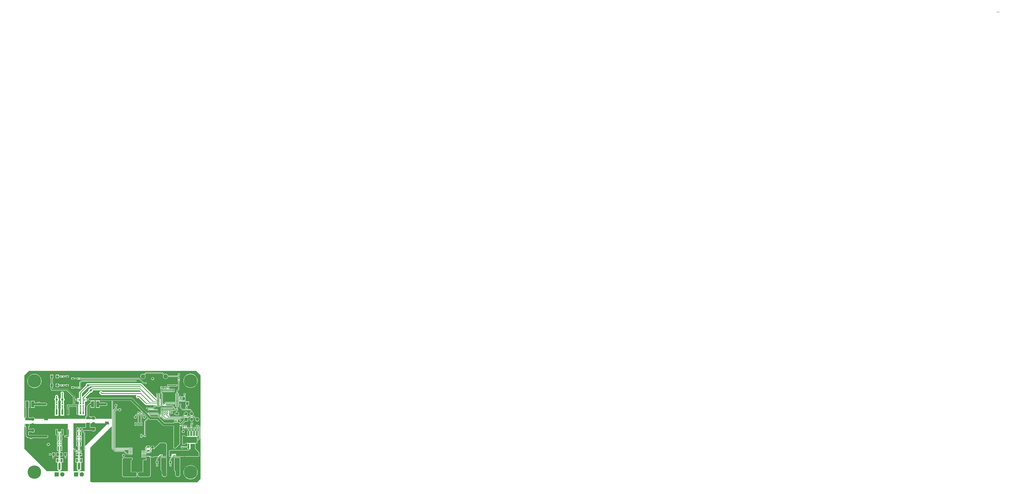
<source format=gtl>
G04*
G04 #@! TF.GenerationSoftware,Altium Limited,Altium Designer,23.9.2 (47)*
G04*
G04 Layer_Physical_Order=1*
G04 Layer_Color=255*
%FSLAX43Y43*%
%MOMM*%
G71*
G04*
G04 #@! TF.SameCoordinates,DD1DA4F9-BAAB-46B1-B849-2321CEA9ED03*
G04*
G04*
G04 #@! TF.FilePolarity,Positive*
G04*
G01*
G75*
%ADD11C,0.200*%
%ADD19C,0.127*%
%ADD20C,1.000*%
%ADD21R,3.700X2.700*%
%ADD22R,0.800X2.200*%
%ADD23R,1.150X1.400*%
%ADD24R,2.460X2.310*%
%ADD25R,1.461X0.356*%
%ADD26R,0.640X2.340*%
%ADD27R,0.508X1.168*%
%ADD28R,1.194X0.305*%
%ADD29R,0.305X1.194*%
%ADD30R,0.530X1.250*%
%ADD31C,1.000*%
%ADD32R,0.660X0.620*%
%ADD33R,0.600X1.850*%
%ADD34R,1.800X1.300*%
%ADD35R,0.620X0.660*%
%ADD36R,0.550X0.550*%
%ADD37R,1.400X2.800*%
%ADD38R,2.370X1.710*%
%ADD39R,0.420X0.700*%
%ADD40R,1.300X0.700*%
%ADD41R,0.900X0.900*%
%ADD42R,0.980X3.700*%
%ADD43R,0.550X0.550*%
%ADD44R,0.700X1.300*%
%ADD45R,1.000X1.150*%
%ADD46R,1.400X3.000*%
%ADD47R,0.600X0.500*%
%ADD48R,1.150X1.000*%
%ADD49R,1.100X1.250*%
%ADD50R,0.950X0.650*%
%ADD51R,0.850X0.900*%
%ADD52R,0.900X1.400*%
%ADD53R,1.000X1.350*%
%ADD86C,6.000*%
%ADD90C,0.355*%
%ADD91C,0.254*%
%ADD92C,0.125*%
%ADD93C,0.500*%
%ADD94C,0.750*%
%ADD95C,1.950*%
%ADD96R,1.950X1.950*%
%ADD97C,1.508*%
%ADD98R,1.508X1.508*%
%ADD99C,2.000*%
%ADD100R,1.500X1.500*%
%ADD101C,1.500*%
%ADD102C,0.460*%
%ADD103C,0.500*%
%ADD104C,0.750*%
G36*
X52822Y43201D02*
X52748Y43099D01*
X52581Y43168D01*
X52402Y43191D01*
X31000D01*
X30821Y43168D01*
X30654Y43099D01*
X30511Y42989D01*
X30284Y42762D01*
X30250Y42767D01*
X29987Y42732D01*
X29742Y42630D01*
X29531Y42469D01*
X29370Y42258D01*
X29268Y42013D01*
X29233Y41750D01*
X29238Y41716D01*
X26453Y38931D01*
X26326Y38984D01*
Y40349D01*
X28966Y42988D01*
X29000Y42983D01*
X29263Y43018D01*
X29508Y43120D01*
X29719Y43281D01*
X29880Y43492D01*
X29919Y43584D01*
X52439D01*
X52822Y43201D01*
D02*
G37*
G36*
X52746Y41179D02*
X52687Y41058D01*
X52625Y41066D01*
X35507D01*
X35495Y41097D01*
X35376Y41251D01*
X35222Y41370D01*
X35043Y41444D01*
X34850Y41469D01*
X34657Y41444D01*
X34478Y41370D01*
X34324Y41251D01*
X34205Y41097D01*
X34131Y40918D01*
X34106Y40725D01*
X34131Y40532D01*
X34205Y40353D01*
X34324Y40199D01*
X34478Y40080D01*
X34544Y40053D01*
X34711Y39886D01*
X34854Y39776D01*
X35021Y39707D01*
X35200Y39684D01*
X50720D01*
X50763Y39557D01*
X50724Y39526D01*
X50605Y39372D01*
X50531Y39193D01*
X50506Y39000D01*
X50531Y38807D01*
X50605Y38628D01*
X50724Y38474D01*
X50878Y38355D01*
X51057Y38281D01*
X51250Y38256D01*
X51443Y38281D01*
X51509Y38309D01*
X51714D01*
X54761Y35261D01*
X54904Y35151D01*
X55071Y35082D01*
X55250Y35059D01*
X55429Y35082D01*
X55545Y35130D01*
X58458D01*
Y34288D01*
X59422D01*
Y34466D01*
X59751D01*
Y34446D01*
X61249D01*
Y34466D01*
X61644D01*
X61644Y34466D01*
X66832D01*
X67172Y34126D01*
X67119Y33999D01*
X61696D01*
Y32501D01*
X61716D01*
Y30969D01*
X61589Y30931D01*
X61525Y31025D01*
X61399Y31110D01*
X61266Y31136D01*
X60701Y31701D01*
X60609Y31763D01*
X60500Y31784D01*
X56512D01*
X56399Y31860D01*
X56250Y31889D01*
X56101Y31860D01*
X55975Y31775D01*
X55890Y31649D01*
X55861Y31500D01*
X55863Y31488D01*
X55746Y31425D01*
X54861Y32311D01*
X54861Y32311D01*
X48956Y38215D01*
X48820Y38320D01*
X48661Y38385D01*
X48491Y38408D01*
X48491Y38408D01*
X29926D01*
X29920Y38410D01*
X29750Y38433D01*
X29580Y38410D01*
X29421Y38345D01*
X29285Y38240D01*
X29180Y38104D01*
X29125Y37971D01*
X29012Y37927D01*
X29012Y37927D01*
X29012Y37927D01*
X28468D01*
Y38283D01*
X27927D01*
X27878Y38400D01*
X30216Y40738D01*
X30250Y40733D01*
X30513Y40768D01*
X30758Y40870D01*
X30969Y41031D01*
X31130Y41242D01*
X31232Y41487D01*
X31267Y41750D01*
X31384Y41809D01*
X52116D01*
X52746Y41179D01*
D02*
G37*
G36*
X23623Y37073D02*
X24167D01*
Y36717D01*
X24944D01*
Y36548D01*
X24852D01*
Y35464D01*
X24827Y35347D01*
X23903D01*
Y35275D01*
X23213D01*
X23160Y35328D01*
Y37216D01*
X23623D01*
Y37073D01*
D02*
G37*
G36*
X39716Y29000D02*
X32476D01*
X32390Y29127D01*
X32414Y29310D01*
X32383Y29547D01*
X32291Y29767D01*
X32146Y29956D01*
X31957Y30101D01*
X31737Y30193D01*
X31500Y30224D01*
X31263Y30193D01*
X31043Y30101D01*
X30854Y29956D01*
X30805Y29892D01*
X30052D01*
Y30202D01*
X29537D01*
Y34277D01*
X30085Y34825D01*
X30202Y34776D01*
Y33948D01*
X31906D01*
Y37052D01*
X32016Y37092D01*
X32492D01*
X32602Y37052D01*
X32602Y36965D01*
Y33948D01*
X34306D01*
Y34842D01*
X35500D01*
X35625Y34859D01*
X35750Y34842D01*
X37000D01*
X37170Y34865D01*
X37329Y34930D01*
X37465Y35035D01*
X37570Y35171D01*
X37635Y35330D01*
X37658Y35500D01*
X37635Y35670D01*
X37570Y35829D01*
X37465Y35965D01*
X37329Y36070D01*
X37170Y36135D01*
X37000Y36158D01*
X36212D01*
Y36292D01*
X35288D01*
Y36158D01*
X34306D01*
X34306Y37052D01*
X34416Y37092D01*
X39716D01*
Y29000D01*
D02*
G37*
G36*
X79500Y48500D02*
Y2000D01*
X78000Y500D01*
X30500D01*
X30000Y1000D01*
Y16000D01*
X39598Y25598D01*
X39716Y25550D01*
Y15700D01*
X39737Y15591D01*
X39799Y15499D01*
X40999Y14299D01*
X41091Y14237D01*
X41200Y14216D01*
X45132D01*
X46374Y12974D01*
X46466Y12912D01*
X46575Y12891D01*
X47190D01*
Y12845D01*
X48955D01*
Y13495D01*
Y14145D01*
Y14795D01*
Y15445D01*
Y16105D01*
X47190D01*
Y16059D01*
X41543D01*
X41284Y16318D01*
Y31882D01*
X42016Y32614D01*
X42149Y32640D01*
X42262Y32716D01*
X42662D01*
X42680Y32671D01*
X42785Y32535D01*
X42921Y32430D01*
X43080Y32365D01*
X43250Y32342D01*
X43420Y32365D01*
X43579Y32430D01*
X43715Y32535D01*
X43820Y32671D01*
X43885Y32830D01*
X43908Y33000D01*
X43885Y33170D01*
X43820Y33329D01*
X43715Y33465D01*
X43579Y33570D01*
X43420Y33635D01*
X43250Y33658D01*
X43080Y33635D01*
X42921Y33570D01*
X42785Y33465D01*
X42680Y33329D01*
X42662Y33284D01*
X42262D01*
X42149Y33360D01*
X42000Y33389D01*
X41851Y33360D01*
X41725Y33275D01*
X41640Y33149D01*
X41614Y33016D01*
X40911Y32314D01*
X40784Y32366D01*
Y32632D01*
X41516Y33364D01*
X41649Y33390D01*
X41775Y33475D01*
X41860Y33601D01*
X41889Y33750D01*
X41860Y33899D01*
X41784Y34012D01*
Y34412D01*
X41829Y34430D01*
X41965Y34535D01*
X42070Y34671D01*
X42135Y34830D01*
X42158Y35000D01*
X42135Y35170D01*
X42070Y35329D01*
X41965Y35465D01*
X41829Y35570D01*
X41670Y35635D01*
X41500Y35658D01*
X41330Y35635D01*
X41171Y35570D01*
X41035Y35465D01*
X40930Y35329D01*
X40865Y35170D01*
X40842Y35000D01*
X40865Y34830D01*
X40930Y34671D01*
X41035Y34535D01*
X41171Y34430D01*
X41216Y34412D01*
Y34012D01*
X41140Y33899D01*
X41114Y33766D01*
X40411Y33064D01*
X40284Y33116D01*
Y37092D01*
X48219D01*
X53067Y32244D01*
X53018Y32127D01*
X52478D01*
Y31984D01*
X52062D01*
Y32127D01*
X51208D01*
Y31354D01*
X51208Y31273D01*
X51208Y31186D01*
X51117Y31059D01*
X50974D01*
X50899Y31110D01*
X50750Y31139D01*
X50601Y31110D01*
X50475Y31025D01*
X50390Y30899D01*
X50361Y30750D01*
X50390Y30601D01*
X50426Y30547D01*
Y30530D01*
X50297Y30401D01*
X50250Y30408D01*
X50080Y30385D01*
X49921Y30320D01*
X49785Y30215D01*
X49680Y30079D01*
X49615Y29920D01*
X49592Y29750D01*
X49615Y29580D01*
X49680Y29421D01*
X49785Y29285D01*
X49921Y29180D01*
X50080Y29115D01*
X50250Y29092D01*
X50420Y29115D01*
X50579Y29180D01*
X50715Y29285D01*
X50820Y29421D01*
X50885Y29580D01*
X50908Y29750D01*
X50885Y29920D01*
X50820Y30079D01*
X50802Y30102D01*
X50912Y30211D01*
X50973Y30304D01*
X50995Y30412D01*
Y30454D01*
X51025Y30475D01*
X51036Y30491D01*
X51208D01*
Y30373D01*
X51351D01*
Y27427D01*
X51218D01*
Y25873D01*
X52052D01*
Y27427D01*
X51919D01*
Y30373D01*
X52062D01*
Y31146D01*
X52062Y31227D01*
X52062Y31326D01*
X52152Y31416D01*
X52388D01*
X52478Y31326D01*
Y31273D01*
X52478Y31146D01*
Y30373D01*
X52621D01*
Y27427D01*
X52488D01*
Y25873D01*
X53322D01*
Y27427D01*
X53189D01*
Y30373D01*
X53332D01*
Y30491D01*
X53455D01*
X53466Y30475D01*
X53496Y30454D01*
Y30437D01*
X53518Y30329D01*
X53579Y30236D01*
X53714Y30102D01*
X53696Y30079D01*
X53631Y29920D01*
X53608Y29750D01*
X53631Y29580D01*
X53696Y29421D01*
X53801Y29285D01*
X53937Y29180D01*
X54096Y29115D01*
X54266Y29092D01*
X54436Y29115D01*
X54595Y29180D01*
X54731Y29285D01*
X54836Y29421D01*
X54901Y29580D01*
X54924Y29750D01*
X54901Y29920D01*
X54836Y30079D01*
X54731Y30215D01*
X54595Y30320D01*
X54436Y30385D01*
X54266Y30408D01*
X54219Y30401D01*
X54068Y30552D01*
X54101Y30601D01*
X54130Y30750D01*
X54101Y30899D01*
X54016Y31025D01*
X53890Y31110D01*
X53741Y31139D01*
X53592Y31110D01*
X53517Y31059D01*
X53422D01*
X53332Y31149D01*
X53332Y31326D01*
X53422Y31416D01*
X53895D01*
X53930Y31381D01*
X53930Y31380D01*
X55825Y29486D01*
X54359Y28020D01*
X54297Y27928D01*
X54276Y27819D01*
Y21812D01*
X54078D01*
Y21634D01*
X53322D01*
Y22127D01*
X52488D01*
Y20573D01*
X53322D01*
Y21066D01*
X54078D01*
Y20888D01*
X55042D01*
Y21812D01*
X54844D01*
Y27701D01*
X56227Y29084D01*
X56526Y28785D01*
X56526Y28785D01*
X56662Y28680D01*
X56821Y28615D01*
X56991Y28592D01*
X59978D01*
X62535Y26035D01*
X62535Y26035D01*
X62671Y25930D01*
X62830Y25865D01*
X63000Y25842D01*
X67385D01*
Y15850D01*
X67398Y15820D01*
Y15698D01*
X67520D01*
X67550Y15685D01*
X68255D01*
X68285Y15698D01*
X68402D01*
Y15764D01*
X70136Y17498D01*
X70207D01*
Y17620D01*
X70220Y17650D01*
Y25403D01*
X71369D01*
Y24326D01*
X72293D01*
Y24518D01*
X72548D01*
Y24369D01*
X73402D01*
Y24510D01*
X73668D01*
Y24365D01*
X73811D01*
Y23622D01*
X73543D01*
Y21142D01*
X73543Y21118D01*
X73486Y21015D01*
X72993D01*
X72577Y21431D01*
Y21502D01*
X72455D01*
X72425Y21515D01*
X71445D01*
X71415Y21502D01*
X71293D01*
Y21380D01*
X71280Y21350D01*
Y17650D01*
X71293Y17620D01*
Y17498D01*
X71415D01*
X71445Y17485D01*
X72425D01*
X72455Y17498D01*
X72577D01*
Y17569D01*
X72993Y17985D01*
X73486D01*
X73543Y17882D01*
X73543Y17858D01*
Y16534D01*
X71672D01*
Y16712D01*
X70708D01*
Y15788D01*
X71672D01*
Y15966D01*
X73543D01*
Y15378D01*
X74414D01*
X74463Y15261D01*
X74117Y14915D01*
X65750D01*
X65634Y14866D01*
X65434Y14666D01*
X65385Y14550D01*
X65385Y12125D01*
X65398Y12095D01*
Y11973D01*
X65520D01*
X65550Y11960D01*
X66379D01*
X66431Y11833D01*
X65799Y11201D01*
X65737Y11109D01*
X65716Y11000D01*
Y10027D01*
X65398D01*
Y8823D01*
X65716D01*
Y8427D01*
X65573D01*
Y7573D01*
X66427D01*
Y8427D01*
X66284D01*
Y8823D01*
X66602D01*
Y10027D01*
X66284D01*
Y10882D01*
X67536Y12134D01*
X67663Y12081D01*
Y11998D01*
X68435D01*
X68465Y11985D01*
X71788D01*
Y11958D01*
X72712D01*
Y11985D01*
X78650D01*
X78766Y12034D01*
X78866Y12134D01*
X78915Y12250D01*
Y13815D01*
X78866Y13931D01*
X77187Y15611D01*
Y17858D01*
X77187Y17882D01*
X77244Y17985D01*
X77850D01*
X77880Y17998D01*
X78002D01*
Y18120D01*
X78015Y18150D01*
Y19216D01*
X78250D01*
X78359Y19237D01*
X78451Y19299D01*
X79201Y20049D01*
X79263Y20141D01*
X79284Y20250D01*
Y25500D01*
X79263Y25609D01*
X79201Y25701D01*
X79010Y25893D01*
X78917Y25954D01*
X78809Y25976D01*
X78367D01*
Y26173D01*
X77443D01*
Y25209D01*
Y24329D01*
X77621D01*
Y23622D01*
X77353D01*
Y21221D01*
X77234Y21099D01*
X77198D01*
X77187Y21118D01*
X77187Y21142D01*
Y23622D01*
X76919D01*
Y24334D01*
X77097D01*
Y25298D01*
X76173D01*
Y24334D01*
X76351D01*
Y23622D01*
X76083D01*
Y21142D01*
X76083Y21118D01*
X76072Y21099D01*
X75928D01*
X75917Y21118D01*
X75917Y21142D01*
Y23622D01*
X75649D01*
Y24374D01*
X75792D01*
Y25147D01*
X75792Y25228D01*
X75792Y25355D01*
Y26128D01*
X75747D01*
Y26285D01*
X75750Y26288D01*
X76072D01*
Y27212D01*
X75108D01*
Y26288D01*
X75178D01*
Y26128D01*
X74938D01*
Y25355D01*
X74938Y25274D01*
X74938Y25147D01*
Y24374D01*
X75081D01*
Y23622D01*
X74813D01*
Y21142D01*
X74813Y21118D01*
X74802Y21099D01*
X74658D01*
X74647Y21118D01*
X74647Y21142D01*
Y23622D01*
X74379D01*
Y24365D01*
X74522D01*
Y25219D01*
X73668D01*
Y25078D01*
X73402D01*
Y25223D01*
X73402D01*
Y25269D01*
X73402D01*
Y26123D01*
X72548D01*
Y25976D01*
X72293D01*
Y26170D01*
X71369D01*
Y25972D01*
X70789D01*
X70776Y26099D01*
X70887Y26121D01*
X71020Y26210D01*
X72638Y27828D01*
X73862D01*
Y29632D01*
X73954Y29716D01*
X75190D01*
X75216Y29589D01*
X75045Y29518D01*
X74857Y29373D01*
X74712Y29185D01*
X74621Y28965D01*
X74590Y28730D01*
X74621Y28495D01*
X74712Y28275D01*
X74857Y28087D01*
X75045Y27942D01*
X75265Y27851D01*
X75500Y27820D01*
X75735Y27851D01*
X75955Y27942D01*
X76143Y28087D01*
X76288Y28275D01*
X76379Y28495D01*
X76410Y28730D01*
X76379Y28965D01*
X76288Y29185D01*
X76143Y29373D01*
X75955Y29518D01*
X75784Y29589D01*
X75810Y29716D01*
X76652D01*
X77232Y29136D01*
X77161Y28965D01*
X77130Y28730D01*
X77161Y28495D01*
X77252Y28275D01*
X77397Y28087D01*
X77585Y27942D01*
X77805Y27851D01*
X78040Y27820D01*
X78275Y27851D01*
X78495Y27942D01*
X78683Y28087D01*
X78828Y28275D01*
X78919Y28495D01*
X78950Y28730D01*
X78919Y28965D01*
X78828Y29185D01*
X78683Y29373D01*
X78495Y29518D01*
X78275Y29609D01*
X78040Y29640D01*
X77805Y29609D01*
X77634Y29538D01*
X76971Y30201D01*
X76879Y30263D01*
X76770Y30284D01*
X75810D01*
X75784Y30411D01*
X75955Y30482D01*
X76143Y30627D01*
X76288Y30815D01*
X76379Y31035D01*
X76410Y31270D01*
X76379Y31505D01*
X76288Y31725D01*
X76143Y31913D01*
X75955Y32058D01*
X75784Y32128D01*
Y32500D01*
X75763Y32609D01*
X75701Y32701D01*
X75201Y33201D01*
X75109Y33263D01*
X75000Y33284D01*
X71618D01*
X70784Y34118D01*
Y35238D01*
X70860Y35351D01*
X70889Y35500D01*
X70860Y35649D01*
X70775Y35775D01*
X70649Y35860D01*
X70500Y35889D01*
X70351Y35860D01*
X70225Y35775D01*
X70140Y35649D01*
X70111Y35500D01*
X70140Y35351D01*
X70216Y35238D01*
Y34000D01*
X70237Y33891D01*
X70299Y33799D01*
X71299Y32799D01*
X71391Y32737D01*
X71500Y32716D01*
X74882D01*
X75216Y32382D01*
Y32128D01*
X75045Y32058D01*
X74857Y31913D01*
X74712Y31725D01*
X74621Y31505D01*
X74590Y31270D01*
X74621Y31035D01*
X74712Y30815D01*
X74857Y30627D01*
X75045Y30482D01*
X75216Y30411D01*
X75190Y30284D01*
X73270D01*
X73244Y30411D01*
X73415Y30482D01*
X73603Y30627D01*
X73748Y30815D01*
X73839Y31035D01*
X73870Y31270D01*
X73839Y31505D01*
X73748Y31725D01*
X73603Y31913D01*
X73415Y32058D01*
X73195Y32149D01*
X72960Y32180D01*
X72725Y32149D01*
X72505Y32058D01*
X72317Y31913D01*
X72172Y31725D01*
X72081Y31505D01*
X72050Y31270D01*
X72081Y31035D01*
X72085Y31026D01*
X71093Y30034D01*
X65719D01*
X65681Y30161D01*
X65775Y30225D01*
X65860Y30351D01*
X65889Y30500D01*
X65860Y30649D01*
X65784Y30762D01*
Y31834D01*
X65911Y31886D01*
X66073Y31725D01*
Y31273D01*
X66927D01*
Y32127D01*
X66475D01*
X66284Y32318D01*
Y32501D01*
X67804D01*
Y32966D01*
X68112D01*
X68279Y32799D01*
X68328Y32766D01*
Y32538D01*
X68526D01*
Y31902D01*
X68348D01*
Y31660D01*
X68000D01*
X67843Y31629D01*
X67710Y31540D01*
X67621Y31407D01*
X67590Y31250D01*
X67621Y31093D01*
X67710Y30960D01*
X67843Y30871D01*
X68000Y30840D01*
X68348D01*
Y30598D01*
X69802D01*
Y31902D01*
X69094D01*
Y32538D01*
X69292D01*
Y33462D01*
X68415D01*
X68339Y33513D01*
X68230Y33534D01*
X67804D01*
Y33999D01*
X67784D01*
Y34200D01*
X67763Y34309D01*
X67701Y34401D01*
X67151Y34951D01*
X67059Y35013D01*
X66950Y35034D01*
X64219D01*
X64181Y35161D01*
X64275Y35225D01*
X64360Y35351D01*
X64372Y35414D01*
X64424Y35466D01*
X68251D01*
Y34446D01*
X68716D01*
Y34262D01*
X68640Y34149D01*
X68611Y34000D01*
X68640Y33851D01*
X68725Y33725D01*
X68851Y33640D01*
X69000Y33611D01*
X69149Y33640D01*
X69275Y33725D01*
X69360Y33851D01*
X69389Y34000D01*
X69360Y34149D01*
X69284Y34262D01*
Y34446D01*
X69749D01*
Y35446D01*
Y36596D01*
X72668D01*
X72823Y36441D01*
Y35048D01*
X73071D01*
X73120Y34931D01*
X73035Y34845D01*
X72987Y34774D01*
X72970Y34690D01*
Y34462D01*
X72708D01*
Y33538D01*
X73672D01*
Y34462D01*
X73410D01*
Y34599D01*
X73705Y34895D01*
X73753Y34966D01*
X73769Y35048D01*
X74277D01*
Y36752D01*
X73134D01*
X72915Y36971D01*
X72844Y37019D01*
X72759Y37035D01*
X72026D01*
X71973Y37162D01*
X72055Y37245D01*
X72058Y37248D01*
X72677D01*
Y38952D01*
X72429D01*
X72380Y39069D01*
X72465Y39155D01*
X72513Y39226D01*
X72530Y39310D01*
Y39538D01*
X72792D01*
Y40462D01*
X71828D01*
Y39538D01*
X72090D01*
Y39401D01*
X71795Y39105D01*
X71747Y39034D01*
X71731Y38952D01*
X71223D01*
Y37470D01*
X70621D01*
X70552Y37597D01*
X70569Y37624D01*
X70649Y37640D01*
X70775Y37725D01*
X70860Y37851D01*
X70889Y38000D01*
X70880Y38049D01*
X70962Y38176D01*
X70962D01*
Y39140D01*
X70038D01*
Y38176D01*
X70038D01*
X70044Y38161D01*
X69959Y38034D01*
X69749D01*
Y38446D01*
Y39446D01*
Y40554D01*
X69249D01*
X69211Y40681D01*
X69275Y40725D01*
X69360Y40851D01*
X69389Y41000D01*
X69360Y41149D01*
X69284Y41262D01*
Y41285D01*
X69951Y41952D01*
X70013Y42044D01*
X70034Y42153D01*
Y45623D01*
X70177D01*
Y46396D01*
X70177Y46477D01*
X70177Y46604D01*
Y47377D01*
X70034D01*
Y48328D01*
X70212D01*
Y49292D01*
X69288D01*
Y48328D01*
X69179Y48284D01*
X64954D01*
X64952Y48301D01*
X64836Y48581D01*
X64652Y48822D01*
X64411Y49006D01*
X64131Y49122D01*
X63830Y49162D01*
X63529Y49122D01*
X63249Y49006D01*
X63236Y48996D01*
X62531Y49701D01*
X62439Y49763D01*
X62330Y49784D01*
X55170D01*
X55061Y49763D01*
X54969Y49701D01*
X54264Y48996D01*
X54251Y49006D01*
X53971Y49122D01*
X53670Y49162D01*
X53369Y49122D01*
X53089Y49006D01*
X52848Y48822D01*
X52664Y48581D01*
X52548Y48301D01*
X52508Y48000D01*
X52548Y47699D01*
X52664Y47419D01*
X52848Y47178D01*
X53089Y46994D01*
X53369Y46878D01*
X53670Y46838D01*
X53971Y46878D01*
X54251Y46994D01*
X54492Y47178D01*
X54676Y47419D01*
X54792Y47699D01*
X54832Y48000D01*
X54792Y48301D01*
X54676Y48581D01*
X54666Y48594D01*
X55288Y49216D01*
X62212D01*
X62834Y48594D01*
X62824Y48581D01*
X62708Y48301D01*
X62668Y48000D01*
X62708Y47699D01*
X62824Y47419D01*
X63008Y47178D01*
X63249Y46994D01*
X63529Y46878D01*
X63830Y46838D01*
X64131Y46878D01*
X64411Y46994D01*
X64652Y47178D01*
X64836Y47419D01*
X64952Y47699D01*
X64954Y47716D01*
X69466D01*
Y47377D01*
X69323D01*
Y46604D01*
X69323Y46523D01*
X69323Y46396D01*
Y45623D01*
X69466D01*
Y42271D01*
X68799Y41604D01*
X68737Y41512D01*
X68716Y41403D01*
Y41262D01*
X68640Y41149D01*
X68611Y41000D01*
X68640Y40851D01*
X68725Y40725D01*
X68789Y40681D01*
X68751Y40554D01*
X68251D01*
Y39446D01*
Y38446D01*
Y37446D01*
Y36534D01*
X63750D01*
X63641Y36513D01*
X63549Y36451D01*
X62984Y35886D01*
X62851Y35860D01*
X62725Y35775D01*
X62661Y35681D01*
X62534Y35719D01*
Y40250D01*
X62513Y40359D01*
X62451Y40451D01*
X62284Y40618D01*
Y40750D01*
X62284Y40750D01*
Y41001D01*
X67804D01*
Y42499D01*
X65519D01*
X65452Y42598D01*
Y43402D01*
X64548D01*
Y43314D01*
X63962D01*
Y43542D01*
X63038D01*
Y42578D01*
X62944Y42499D01*
X62556D01*
X62462Y42578D01*
Y43542D01*
X61538D01*
Y42904D01*
X61533Y42877D01*
X61538Y42850D01*
Y42578D01*
X61601D01*
X61696Y42499D01*
Y41001D01*
X61716D01*
Y40750D01*
X61716Y40750D01*
Y40500D01*
X61737Y40391D01*
X61799Y40299D01*
X61966Y40132D01*
Y35034D01*
X61709D01*
X61630Y35076D01*
X61605Y35149D01*
Y35590D01*
Y36590D01*
Y37910D01*
X61249D01*
Y38446D01*
Y39446D01*
Y40554D01*
X59751D01*
Y39446D01*
Y38393D01*
X59634Y38344D01*
X53214Y44764D01*
X53071Y44874D01*
X52904Y44943D01*
X52725Y44966D01*
X29450D01*
X29337Y44952D01*
X29263Y44982D01*
X29000Y45017D01*
X28737Y44982D01*
X28492Y44880D01*
X28281Y44719D01*
X28120Y44508D01*
X28018Y44263D01*
X27983Y44000D01*
X27988Y43966D01*
X25146Y41124D01*
X25036Y40981D01*
X24967Y40814D01*
X24944Y40635D01*
Y38283D01*
X24167D01*
Y37927D01*
X23623D01*
Y37784D01*
X23174D01*
X23160Y37798D01*
Y38960D01*
X23129Y39117D01*
X23040Y39250D01*
X20000Y42290D01*
X19867Y42379D01*
X19710Y42410D01*
X13213D01*
X13160Y42463D01*
Y43223D01*
X13452D01*
Y44777D01*
X13160D01*
Y47223D01*
X13452D01*
Y48777D01*
X12048D01*
Y47223D01*
X12340D01*
Y44777D01*
X12048D01*
Y43223D01*
X12340D01*
Y42293D01*
X12371Y42136D01*
X12460Y42003D01*
X12753Y41710D01*
X12886Y41621D01*
X13043Y41590D01*
X19540D01*
X22340Y38790D01*
Y37750D01*
Y35328D01*
X22287Y35275D01*
X20522D01*
Y35347D01*
X19598D01*
Y34383D01*
X19650D01*
Y33357D01*
X19588D01*
Y30713D01*
X20532D01*
Y33357D01*
X20470D01*
Y34383D01*
X20522D01*
Y34455D01*
X22457D01*
X22614Y34486D01*
X22747Y34575D01*
X22750Y34578D01*
X22753Y34575D01*
X22886Y34486D01*
X23043Y34455D01*
X23903D01*
Y34383D01*
X23955D01*
Y31607D01*
X23959Y31587D01*
Y30871D01*
X24771D01*
X24873Y30810D01*
Y30515D01*
X27667D01*
Y32699D01*
X27596D01*
Y34082D01*
X27688D01*
Y34982D01*
Y36548D01*
X27596D01*
Y36717D01*
X28468D01*
Y37073D01*
X29012D01*
Y37216D01*
X29400D01*
X29446Y37180D01*
X29605Y37115D01*
X29775Y37092D01*
X30092D01*
X30202Y37052D01*
Y36037D01*
X30000D01*
X29794Y35996D01*
X29620Y35880D01*
X29620Y35880D01*
X28620Y34880D01*
X28504Y34706D01*
X28463Y34500D01*
X28463Y34500D01*
Y30202D01*
X27948D01*
Y29000D01*
X5139D01*
X5133Y29047D01*
X5041Y29267D01*
X4896Y29456D01*
X4707Y29601D01*
X4487Y29693D01*
X4250Y29724D01*
X4013Y29693D01*
X3793Y29601D01*
X3677Y29513D01*
X2802D01*
Y29702D01*
X2433D01*
Y33948D01*
X2652D01*
Y37052D01*
X948D01*
Y33948D01*
X1117D01*
Y29702D01*
X698D01*
Y29000D01*
X500D01*
Y48500D01*
X2500Y50500D01*
X77500D01*
X79500Y48500D01*
D02*
G37*
G36*
X56529Y31149D02*
X56616Y31020D01*
X56611Y30991D01*
X56640Y30842D01*
X56725Y30716D01*
X56851Y30631D01*
X57000Y30602D01*
X57149Y30631D01*
X57262Y30707D01*
X60141D01*
X60864Y29984D01*
X60890Y29851D01*
X60975Y29725D01*
X61101Y29640D01*
X61250Y29611D01*
X61399Y29640D01*
X61525Y29725D01*
X61610Y29851D01*
X61613Y29866D01*
X61699Y29883D01*
X61745Y29879D01*
X61799Y29799D01*
X63049Y28549D01*
X63141Y28487D01*
X63250Y28466D01*
X67745D01*
X67783Y28339D01*
X67710Y28290D01*
X67621Y28157D01*
X67590Y28000D01*
X67621Y27843D01*
X67710Y27710D01*
X67843Y27621D01*
X68000Y27590D01*
X68750D01*
X68790Y27598D01*
X69202D01*
Y28339D01*
X69202Y28402D01*
X69303Y28466D01*
X69838D01*
X70125Y28179D01*
X70140Y28101D01*
X70225Y27975D01*
X70351Y27890D01*
X70500Y27861D01*
X70649Y27890D01*
X70775Y27975D01*
X70860Y28101D01*
X70889Y28250D01*
X70860Y28399D01*
X70775Y28525D01*
X70649Y28610D01*
X70500Y28639D01*
X70474Y28634D01*
X70270Y28839D01*
X70323Y28966D01*
X71331D01*
X71440Y28987D01*
X71532Y29049D01*
X71941Y29457D01*
X72058Y29409D01*
Y28408D01*
X70560Y26910D01*
X70220D01*
Y27250D01*
X70171Y27366D01*
X70055Y27415D01*
X67550D01*
X67434Y27366D01*
X67385Y27250D01*
Y27158D01*
X63272D01*
X60715Y29715D01*
X60579Y29820D01*
X60420Y29885D01*
X60250Y29908D01*
X60250Y29908D01*
X57263D01*
X56956Y30215D01*
X56956Y30215D01*
X56175Y30996D01*
X56238Y31113D01*
X56250Y31111D01*
X56399Y31140D01*
X56439Y31167D01*
X56529Y31149D01*
D02*
G37*
G36*
X29900Y25000D02*
X32250D01*
Y23860D01*
X27500D01*
X27449Y23809D01*
X26651D01*
Y24977D01*
X26674Y25000D01*
X28100D01*
Y27000D01*
X29900D01*
Y25000D01*
D02*
G37*
G36*
X38500Y26450D02*
X37450D01*
X27902Y16902D01*
X27784Y16950D01*
Y22500D01*
X27763Y22609D01*
X27701Y22701D01*
X27189Y23213D01*
Y23644D01*
X27449D01*
X27565Y23693D01*
X27568Y23695D01*
X30762D01*
X30775Y23674D01*
X30944Y23505D01*
X31150Y23386D01*
X31381Y23324D01*
X31619D01*
X31850Y23386D01*
X32056Y23505D01*
X32225Y23674D01*
X32238Y23695D01*
X32250D01*
X32366Y23744D01*
X32415Y23860D01*
Y25000D01*
X32366Y25116D01*
X32250Y25165D01*
X30065D01*
Y27000D01*
X38500D01*
Y26450D01*
D02*
G37*
G36*
X20000Y24287D02*
X19588D01*
Y21643D01*
X19650D01*
Y21470D01*
X19462D01*
Y21542D01*
X18538D01*
Y20578D01*
X19462D01*
Y20650D01*
X20000D01*
Y19500D01*
Y5500D01*
X16769D01*
Y5699D01*
X17156Y6086D01*
X17215Y6174D01*
X17235Y6277D01*
Y9010D01*
X17215Y9113D01*
X17156Y9201D01*
X17076Y9281D01*
X17125Y9398D01*
X17852D01*
Y11202D01*
X16684D01*
Y12123D01*
X17802D01*
Y13877D01*
X16684D01*
Y14598D01*
X17387D01*
Y16852D01*
X16684D01*
Y17073D01*
X17362D01*
Y17973D01*
Y18927D01*
X16684D01*
Y19148D01*
X17387D01*
Y21402D01*
X16684D01*
Y22278D01*
X16684Y22278D01*
Y22584D01*
X16726Y22695D01*
X16998D01*
Y21593D01*
X18042D01*
Y24337D01*
X16998D01*
Y23235D01*
X16487D01*
X16384Y23214D01*
X16297Y23156D01*
X16250Y23109D01*
X16203Y23156D01*
X16116Y23214D01*
X16013Y23235D01*
X15502D01*
Y24337D01*
X14458D01*
Y21593D01*
X15502D01*
Y22695D01*
X15816D01*
Y22448D01*
X15816Y22448D01*
Y22414D01*
X15816Y22414D01*
Y21402D01*
X15113D01*
Y19148D01*
X15816D01*
Y18927D01*
X15138D01*
Y17973D01*
Y17073D01*
X15816D01*
Y16852D01*
X15113D01*
Y14598D01*
X15816D01*
Y13877D01*
X14698D01*
Y12123D01*
X15816D01*
Y11202D01*
X14648D01*
Y9398D01*
X15375D01*
X15424Y9281D01*
X15344Y9201D01*
X15285Y9113D01*
X15265Y9010D01*
Y6358D01*
X15285Y6255D01*
X15344Y6168D01*
X15801Y5710D01*
Y5500D01*
X10500Y5500D01*
X500Y15500D01*
Y26750D01*
X698D01*
Y25298D01*
X1092D01*
Y23730D01*
Y21586D01*
X1092Y21586D01*
X1115Y21416D01*
X1180Y21257D01*
X1285Y21121D01*
X1871Y20535D01*
X2007Y20430D01*
X2166Y20365D01*
X2336Y20342D01*
X2336Y20342D01*
X3038D01*
Y19958D01*
X3962D01*
Y20342D01*
X10500D01*
X10670Y20365D01*
X10829Y20430D01*
X10965Y20535D01*
X11070Y20671D01*
X11135Y20830D01*
X11158Y21000D01*
X11135Y21170D01*
X11070Y21329D01*
X10965Y21465D01*
X10829Y21570D01*
X10670Y21635D01*
X10500Y21658D01*
X2608D01*
X2408Y21858D01*
Y23072D01*
X3626D01*
X3694Y23005D01*
X3900Y22886D01*
X4131Y22824D01*
X4369D01*
X4600Y22886D01*
X4806Y23005D01*
X4975Y23174D01*
X5094Y23380D01*
X5156Y23611D01*
Y23849D01*
X5094Y24080D01*
X4975Y24286D01*
X4806Y24455D01*
X4600Y24574D01*
X4369Y24636D01*
X4131D01*
X3900Y24574D01*
X3694Y24455D01*
X3626Y24388D01*
X2408D01*
Y25298D01*
X2802D01*
Y26750D01*
X20000D01*
Y24287D01*
D02*
G37*
G36*
X78716Y25382D02*
Y20368D01*
X78142Y19794D01*
X78015Y19807D01*
Y20850D01*
X78002Y20880D01*
Y21002D01*
X78002D01*
X78029Y21118D01*
X78457D01*
Y23622D01*
X78189D01*
Y24329D01*
X78367D01*
Y25407D01*
X78691D01*
X78716Y25382D01*
D02*
G37*
G36*
X72925Y20850D02*
X77850D01*
Y19784D01*
X76000D01*
X75891Y19763D01*
X75799Y19701D01*
X75737Y19609D01*
X75716Y19500D01*
X75737Y19391D01*
X75799Y19299D01*
X75891Y19237D01*
X76000Y19216D01*
X77850D01*
Y18150D01*
X72925D01*
X72425Y17650D01*
X71445D01*
Y21350D01*
X72425D01*
X72925Y20850D01*
D02*
G37*
G36*
X70055Y17650D02*
X68255Y15850D01*
X67550D01*
Y27250D01*
X70055D01*
Y17650D01*
D02*
G37*
G36*
X47190Y14145D02*
Y13459D01*
X46693D01*
X45451Y14701D01*
X45433Y14714D01*
X45471Y14841D01*
X47190D01*
Y14145D01*
D02*
G37*
G36*
X77000Y15565D02*
X78750Y13815D01*
Y12250D01*
X78650Y12150D01*
X68465D01*
Y13250D01*
X66675D01*
X66450Y13025D01*
Y12125D01*
X65550D01*
X65550Y14550D01*
X65750Y14750D01*
X74185D01*
X74965Y15530D01*
Y17730D01*
X74985Y17750D01*
X77000D01*
Y15565D01*
D02*
G37*
G36*
X16696Y8898D02*
Y6389D01*
X16376Y6069D01*
X16278Y6021D01*
X16203Y6071D01*
X15804Y6470D01*
Y8898D01*
X16250Y9344D01*
X16696Y8898D01*
D02*
G37*
G36*
X25445Y8898D02*
Y6472D01*
X24990Y6017D01*
X24555Y6452D01*
Y8898D01*
X25000Y9343D01*
X25445Y8898D01*
D02*
G37*
G36*
X27935Y25165D02*
X26674D01*
X26589Y25129D01*
X26499D01*
Y25008D01*
X26486Y24977D01*
Y23809D01*
X26499Y23779D01*
Y23657D01*
X26621D01*
Y23095D01*
X26642Y22986D01*
X26704Y22894D01*
X27216Y22382D01*
Y15756D01*
X27176Y15716D01*
X27118Y15576D01*
Y15424D01*
X27176Y15284D01*
X27284Y15176D01*
X27424Y15118D01*
X27500D01*
Y5500D01*
X25434D01*
Y5698D01*
X25905Y6169D01*
X25964Y6257D01*
X25984Y6360D01*
Y9010D01*
X25964Y9113D01*
X25905Y9200D01*
X25825Y9281D01*
X25873Y9398D01*
X26602D01*
Y11202D01*
X25434D01*
Y12348D01*
X26402D01*
Y13652D01*
X25434D01*
Y14023D01*
X26027D01*
Y14977D01*
X25434D01*
Y16598D01*
X26137D01*
Y18852D01*
X25434D01*
Y18989D01*
X25519Y19073D01*
X26227D01*
Y19973D01*
Y20927D01*
X25519D01*
X25434Y21011D01*
Y21148D01*
X26137D01*
Y23402D01*
X25434D01*
Y23607D01*
X26091D01*
Y25179D01*
X25179D01*
Y24651D01*
X25134Y24642D01*
X25047Y24584D01*
X25000Y24537D01*
X24953Y24584D01*
X24866Y24642D01*
X24821Y24651D01*
Y25179D01*
X23909D01*
Y23607D01*
X24566D01*
Y23402D01*
X23863D01*
Y21148D01*
X24446D01*
X24566Y21147D01*
Y20927D01*
X23773D01*
Y19973D01*
Y19073D01*
X24566D01*
Y18853D01*
X24446Y18852D01*
X23863D01*
Y16598D01*
X24566D01*
Y14977D01*
X23973D01*
Y14927D01*
X23784D01*
Y15000D01*
X23763Y15109D01*
X23701Y15201D01*
X23382Y15520D01*
Y15576D01*
X23324Y15716D01*
X23216Y15824D01*
X23076Y15882D01*
X22924D01*
X22784Y15824D01*
X22676Y15716D01*
X22618Y15576D01*
X22500Y15598D01*
Y27000D01*
X27935D01*
Y25165D01*
D02*
G37*
G36*
X22676Y15284D02*
X22784Y15176D01*
X22924Y15118D01*
X22980D01*
X23067Y15031D01*
X23123Y14927D01*
X23123D01*
X23123Y14927D01*
Y14073D01*
X23973D01*
Y14023D01*
X24566D01*
Y13652D01*
X23598D01*
Y12348D01*
X24566D01*
Y11202D01*
X23398D01*
Y9398D01*
X24127D01*
X24175Y9281D01*
X24095Y9200D01*
X24036Y9113D01*
X24016Y9010D01*
Y6340D01*
X24036Y6237D01*
X24095Y6150D01*
X24566Y5678D01*
Y5500D01*
X22500D01*
Y15402D01*
X22618Y15424D01*
X22676Y15284D01*
D02*
G37*
%LPC*%
G36*
X58250Y34139D02*
X58101Y34110D01*
X57988Y34034D01*
X55762D01*
X55649Y34110D01*
X55500Y34139D01*
X55351Y34110D01*
X55225Y34025D01*
X55140Y33899D01*
X55111Y33750D01*
X55140Y33601D01*
X55225Y33475D01*
X55351Y33390D01*
X55500Y33361D01*
X55649Y33390D01*
X55762Y33466D01*
X56031D01*
X56069Y33339D01*
X55975Y33275D01*
X55890Y33149D01*
X55861Y33000D01*
X55890Y32851D01*
X55975Y32725D01*
X56101Y32640D01*
X56250Y32611D01*
X56399Y32640D01*
X56512Y32716D01*
X59738D01*
X59851Y32640D01*
X60000Y32611D01*
X60149Y32640D01*
X60275Y32725D01*
X60360Y32851D01*
X60389Y33000D01*
X60360Y33149D01*
X60275Y33275D01*
X60149Y33360D01*
X60000Y33389D01*
X59851Y33360D01*
X59738Y33284D01*
X58469D01*
X58431Y33411D01*
X58525Y33475D01*
X58610Y33601D01*
X58639Y33750D01*
X58610Y33899D01*
X58525Y34025D01*
X58399Y34110D01*
X58250Y34139D01*
D02*
G37*
G36*
X15952Y48777D02*
X14548D01*
Y47223D01*
X15952D01*
Y47716D01*
X16573D01*
Y47573D01*
X17346D01*
X17427Y47573D01*
X17554Y47573D01*
X18327D01*
Y47716D01*
X19138D01*
Y47523D01*
X20392D01*
Y48477D01*
X19138D01*
Y48284D01*
X18327D01*
Y48427D01*
X17554D01*
X17473Y48427D01*
X17346Y48427D01*
X16573D01*
Y48284D01*
X15952D01*
Y48777D01*
D02*
G37*
G36*
X58000Y47658D02*
X57830Y47635D01*
X57671Y47570D01*
X57535Y47465D01*
X57430Y47329D01*
X57365Y47170D01*
X57342Y47000D01*
X57365Y46830D01*
X57430Y46671D01*
X57535Y46535D01*
X57671Y46430D01*
X57830Y46365D01*
X58000Y46342D01*
X58170Y46365D01*
X58329Y46430D01*
X58465Y46535D01*
X58570Y46671D01*
X58635Y46830D01*
X58658Y47000D01*
X58635Y47170D01*
X58570Y47329D01*
X58465Y47465D01*
X58329Y47570D01*
X58170Y47635D01*
X58000Y47658D01*
D02*
G37*
G36*
X50500Y46389D02*
X50351Y46360D01*
X50238Y46284D01*
X26225D01*
X26116Y46263D01*
X26024Y46201D01*
X25249Y45426D01*
X25187Y45334D01*
X25166Y45225D01*
Y43517D01*
X25076Y43427D01*
X25023D01*
X24896Y43427D01*
X24123D01*
Y43309D01*
X22862D01*
Y43527D01*
X21608D01*
Y42573D01*
X22862D01*
Y42741D01*
X24123D01*
Y42573D01*
X24896D01*
X24977Y42573D01*
X25104Y42573D01*
X25877D01*
Y43427D01*
X25734D01*
Y45107D01*
X26343Y45716D01*
X50238D01*
X50351Y45640D01*
X50500Y45611D01*
X50649Y45640D01*
X50775Y45725D01*
X50860Y45851D01*
X50889Y46000D01*
X50860Y46149D01*
X50775Y46275D01*
X50649Y46360D01*
X50500Y46389D01*
D02*
G37*
G36*
X22862Y47527D02*
X21608D01*
Y46573D01*
X22862D01*
Y46741D01*
X24123D01*
Y46573D01*
X24896D01*
X24977Y46573D01*
X25104Y46573D01*
X25877D01*
Y46716D01*
X51882D01*
X53799Y44799D01*
X53891Y44737D01*
X54000Y44716D01*
X54738D01*
X54851Y44640D01*
X55000Y44611D01*
X55149Y44640D01*
X55275Y44725D01*
X55360Y44851D01*
X55389Y45000D01*
X55360Y45149D01*
X55275Y45275D01*
X55149Y45360D01*
X55000Y45389D01*
X54851Y45360D01*
X54738Y45284D01*
X54118D01*
X52201Y47201D01*
X52109Y47263D01*
X52000Y47284D01*
X25877D01*
Y47427D01*
X25104D01*
X25023Y47427D01*
X24896Y47427D01*
X24123D01*
Y47309D01*
X22862D01*
Y47527D01*
D02*
G37*
G36*
X68750Y44410D02*
X65000D01*
X64960Y44402D01*
X64548D01*
Y43598D01*
X64960D01*
X65000Y43590D01*
X68750D01*
X68907Y43621D01*
X69040Y43710D01*
X69129Y43843D01*
X69160Y44000D01*
X69129Y44157D01*
X69040Y44290D01*
X68907Y44379D01*
X68750Y44410D01*
D02*
G37*
G36*
X15952Y44777D02*
X14548D01*
Y43223D01*
X15952D01*
Y43716D01*
X16573D01*
Y43573D01*
X17346D01*
X17427Y43573D01*
X17554Y43573D01*
X18327D01*
Y43716D01*
X19138D01*
Y43523D01*
X20392D01*
Y44477D01*
X19138D01*
Y44284D01*
X18327D01*
Y44427D01*
X17554D01*
X17473Y44427D01*
X17346Y44427D01*
X16573D01*
Y44284D01*
X15952D01*
Y44777D01*
D02*
G37*
G36*
X75000Y49222D02*
X74505Y49183D01*
X74023Y49067D01*
X73565Y48877D01*
X73142Y48618D01*
X72764Y48296D01*
X72442Y47918D01*
X72183Y47495D01*
X71993Y47037D01*
X71877Y46555D01*
X71838Y46060D01*
X71877Y45565D01*
X71993Y45083D01*
X72183Y44625D01*
X72442Y44202D01*
X72764Y43824D01*
X73142Y43502D01*
X73565Y43243D01*
X74023Y43053D01*
X74505Y42937D01*
X75000Y42898D01*
X75495Y42937D01*
X75977Y43053D01*
X76435Y43243D01*
X76858Y43502D01*
X77236Y43824D01*
X77558Y44202D01*
X77817Y44625D01*
X78007Y45083D01*
X78123Y45565D01*
X78162Y46060D01*
X78123Y46555D01*
X78007Y47037D01*
X77817Y47495D01*
X77558Y47918D01*
X77236Y48296D01*
X76858Y48618D01*
X76435Y48877D01*
X75977Y49067D01*
X75495Y49183D01*
X75000Y49222D01*
D02*
G37*
G36*
X5000Y49162D02*
X4505Y49123D01*
X4023Y49007D01*
X3565Y48817D01*
X3142Y48558D01*
X2764Y48236D01*
X2442Y47858D01*
X2183Y47435D01*
X1993Y46977D01*
X1877Y46495D01*
X1838Y46000D01*
X1877Y45505D01*
X1993Y45023D01*
X2183Y44565D01*
X2442Y44142D01*
X2764Y43764D01*
X3142Y43442D01*
X3565Y43183D01*
X4023Y42993D01*
X4505Y42877D01*
X5000Y42838D01*
X5495Y42877D01*
X5977Y42993D01*
X6435Y43183D01*
X6858Y43442D01*
X7236Y43764D01*
X7558Y44142D01*
X7817Y44565D01*
X8007Y45023D01*
X8123Y45505D01*
X8162Y46000D01*
X8123Y46495D01*
X8007Y46977D01*
X7817Y47435D01*
X7558Y47858D01*
X7236Y48236D01*
X6858Y48558D01*
X6435Y48817D01*
X5977Y49007D01*
X5495Y49123D01*
X5000Y49162D01*
D02*
G37*
G36*
X5052Y37052D02*
X3348D01*
Y33948D01*
X5052D01*
Y34842D01*
X10000D01*
X10170Y34865D01*
X10329Y34930D01*
X10465Y35035D01*
X10570Y35171D01*
X10635Y35330D01*
X10658Y35500D01*
X10635Y35670D01*
X10570Y35829D01*
X10465Y35965D01*
X10329Y36070D01*
X10170Y36135D01*
X10000Y36158D01*
X7462D01*
Y36542D01*
X6538D01*
Y36158D01*
X5052D01*
Y37052D01*
D02*
G37*
G36*
X17500Y41244D02*
X17307Y41219D01*
X17128Y41145D01*
X16974Y41026D01*
X16855Y40872D01*
X16781Y40693D01*
X16756Y40500D01*
X16781Y40307D01*
X16809Y40241D01*
Y38377D01*
X16781Y38356D01*
X16620Y38145D01*
X16518Y37900D01*
X16483Y37637D01*
X16518Y37373D01*
X16620Y37128D01*
X16781Y36918D01*
X16809Y36897D01*
Y36558D01*
X16717D01*
Y34992D01*
Y34092D01*
X16819D01*
Y33713D01*
X16692D01*
Y30357D01*
X18348D01*
Y33713D01*
X18201D01*
Y34092D01*
X18283D01*
Y34992D01*
Y36558D01*
X18191D01*
Y36897D01*
X18219Y36918D01*
X18380Y37128D01*
X18482Y37373D01*
X18517Y37637D01*
X18482Y37900D01*
X18380Y38145D01*
X18219Y38356D01*
X18191Y38377D01*
Y40241D01*
X18219Y40307D01*
X18244Y40500D01*
X18219Y40693D01*
X18145Y40872D01*
X18026Y41026D01*
X17872Y41145D01*
X17693Y41219D01*
X17500Y41244D01*
D02*
G37*
G36*
X15000Y39744D02*
X14807Y39719D01*
X14628Y39645D01*
X14474Y39526D01*
X14355Y39372D01*
X14281Y39193D01*
X14256Y39000D01*
X14281Y38807D01*
X14299Y38765D01*
Y38377D01*
X14271Y38356D01*
X14110Y38145D01*
X14008Y37900D01*
X13973Y37637D01*
X14008Y37373D01*
X14110Y37128D01*
X14271Y36918D01*
X14299Y36897D01*
Y36558D01*
X14197D01*
Y34992D01*
Y34092D01*
X14289D01*
Y33713D01*
X14152D01*
Y30357D01*
X15808D01*
Y33713D01*
X15671D01*
Y34092D01*
X15763D01*
Y34992D01*
Y36558D01*
X15681D01*
Y36897D01*
X15709Y36918D01*
X15870Y37128D01*
X15972Y37373D01*
X16007Y37637D01*
X15972Y37900D01*
X15870Y38145D01*
X15709Y38356D01*
X15681Y38377D01*
Y38717D01*
X15719Y38807D01*
X15744Y39000D01*
X15719Y39193D01*
X15645Y39372D01*
X15526Y39526D01*
X15372Y39645D01*
X15193Y39719D01*
X15000Y39744D01*
D02*
G37*
G36*
X50782Y27427D02*
X49948D01*
Y25873D01*
X50782D01*
Y27427D01*
D02*
G37*
G36*
X71750Y23908D02*
X71580Y23885D01*
X71421Y23820D01*
X71285Y23715D01*
X71180Y23579D01*
X71115Y23420D01*
X71092Y23250D01*
X71115Y23080D01*
X71180Y22921D01*
X71285Y22785D01*
X71421Y22680D01*
X71580Y22615D01*
X71750Y22592D01*
X71920Y22615D01*
X72079Y22680D01*
X72215Y22785D01*
X72320Y22921D01*
X72385Y23080D01*
X72408Y23250D01*
X72385Y23420D01*
X72320Y23579D01*
X72215Y23715D01*
X72079Y23820D01*
X71920Y23885D01*
X71750Y23908D01*
D02*
G37*
G36*
X63650Y18264D02*
X61300D01*
X61270Y18252D01*
X61148D01*
Y18181D01*
X58769Y15802D01*
X58652Y15851D01*
Y16902D01*
X57348D01*
Y16484D01*
X57299Y16451D01*
X56919Y16072D01*
X56802Y16120D01*
Y16902D01*
X55198D01*
Y16524D01*
X55141Y16513D01*
X55049Y16451D01*
X54799Y16201D01*
X54737Y16109D01*
X54716Y16000D01*
Y14868D01*
X54653Y14805D01*
X53045D01*
Y14145D01*
Y13495D01*
Y12733D01*
X53033Y12703D01*
Y12347D01*
X53045Y12317D01*
Y12083D01*
X53033Y12053D01*
Y11697D01*
X53045Y11667D01*
Y11545D01*
X53167D01*
X53197Y11533D01*
X54735D01*
X55085Y11182D01*
Y10818D01*
X54932Y10665D01*
X54000D01*
X53884Y10616D01*
X53634Y10366D01*
X53585Y10250D01*
Y5165D01*
X52000D01*
X51884Y5116D01*
X51855Y5048D01*
X51702Y4984D01*
X51466Y4804D01*
X51286Y4568D01*
X51172Y4294D01*
X51133Y4000D01*
X51172Y3706D01*
X51286Y3432D01*
X51466Y3196D01*
X51702Y3016D01*
X51855Y2952D01*
X51884Y2884D01*
X52000Y2835D01*
X56500D01*
X56616Y2884D01*
X57116Y3384D01*
X57165Y3500D01*
Y11500D01*
X57116Y11616D01*
X56899Y11833D01*
X56952Y11960D01*
X57348D01*
Y11645D01*
X58652D01*
Y11960D01*
X60379D01*
X60431Y11833D01*
X59799Y11201D01*
X59737Y11109D01*
X59716Y11000D01*
Y10027D01*
X59398D01*
Y8823D01*
X59716D01*
Y8427D01*
X59573D01*
Y7573D01*
X60427D01*
Y8427D01*
X60284D01*
Y8823D01*
X60602D01*
Y10027D01*
X60284D01*
Y10882D01*
X61536Y12134D01*
X61663Y12081D01*
Y11998D01*
X62435D01*
X62465Y11985D01*
X64185D01*
X64215Y11998D01*
X64337D01*
Y12120D01*
X64350Y12150D01*
Y17565D01*
X64301Y17681D01*
X63766Y18216D01*
X63650Y18264D01*
D02*
G37*
G36*
X45000Y13158D02*
X44830Y13135D01*
X44671Y13070D01*
X44535Y12965D01*
X44430Y12829D01*
X44365Y12670D01*
X44342Y12500D01*
X44365Y12330D01*
X44430Y12171D01*
X44535Y12035D01*
X44671Y11930D01*
X44830Y11865D01*
X45000Y11842D01*
X45170Y11865D01*
X45329Y11930D01*
X45465Y12035D01*
X45570Y12171D01*
X45635Y12330D01*
X45658Y12500D01*
X45635Y12670D01*
X45570Y12829D01*
X45465Y12965D01*
X45329Y13070D01*
X45170Y13135D01*
X45000Y13158D01*
D02*
G37*
G36*
X70058Y11620D02*
X67815D01*
X67785Y11607D01*
X67663D01*
Y11485D01*
X67650Y11455D01*
Y5860D01*
X67699Y5744D01*
X68135Y5307D01*
Y4017D01*
X68133Y4000D01*
X68172Y3706D01*
X68286Y3432D01*
X68466Y3196D01*
X68702Y3016D01*
X68976Y2902D01*
X69270Y2863D01*
X69564Y2902D01*
X69838Y3016D01*
X70074Y3196D01*
X70254Y3432D01*
X70368Y3706D01*
X70407Y4000D01*
X70368Y4294D01*
X70350Y4339D01*
Y11328D01*
X70337Y11358D01*
Y11607D01*
X70088D01*
X70058Y11620D01*
D02*
G37*
G36*
X64185D02*
X61815D01*
X61785Y11607D01*
X61663D01*
Y11485D01*
X61650Y11455D01*
Y5935D01*
X61699Y5819D01*
X62085Y5432D01*
Y4000D01*
X62134Y3884D01*
X62149Y3877D01*
X62172Y3706D01*
X62286Y3432D01*
X62466Y3196D01*
X62702Y3016D01*
X62976Y2902D01*
X63270Y2863D01*
X63564Y2902D01*
X63838Y3016D01*
X64074Y3196D01*
X64254Y3432D01*
X64368Y3706D01*
X64407Y4000D01*
X64368Y4294D01*
X64350Y4339D01*
Y11455D01*
X64337Y11485D01*
Y11607D01*
X64215D01*
X64185Y11620D01*
D02*
G37*
G36*
X48803Y11567D02*
X44903D01*
X44786Y11519D01*
X44384Y11116D01*
X44335Y11000D01*
Y3500D01*
X44384Y3384D01*
X44884Y2884D01*
X45000Y2835D01*
X50750D01*
X50841Y2873D01*
X50857D01*
Y2880D01*
X50866Y2884D01*
X50915Y3000D01*
Y5000D01*
X50866Y5116D01*
X50857Y5120D01*
Y5127D01*
X50841D01*
X50750Y5165D01*
X48415D01*
Y10335D01*
X48750D01*
X48866Y10384D01*
X48919Y10437D01*
X48967Y10553D01*
Y11403D01*
X48955Y11433D01*
Y11555D01*
X48833D01*
X48803Y11567D01*
D02*
G37*
G36*
X75000Y8162D02*
X74505Y8123D01*
X74023Y8007D01*
X73565Y7817D01*
X73142Y7558D01*
X72764Y7236D01*
X72442Y6858D01*
X72183Y6435D01*
X71993Y5977D01*
X71877Y5495D01*
X71838Y5000D01*
X71877Y4505D01*
X71993Y4023D01*
X72183Y3565D01*
X72442Y3142D01*
X72764Y2764D01*
X73142Y2442D01*
X73565Y2183D01*
X74023Y1993D01*
X74505Y1877D01*
X75000Y1838D01*
X75495Y1877D01*
X75977Y1993D01*
X76435Y2183D01*
X76858Y2442D01*
X77236Y2764D01*
X77558Y3142D01*
X77817Y3565D01*
X78007Y4023D01*
X78123Y4505D01*
X78162Y5000D01*
X78123Y5495D01*
X78007Y5977D01*
X77817Y6435D01*
X77558Y6858D01*
X77236Y7236D01*
X76858Y7558D01*
X76435Y7817D01*
X75977Y8007D01*
X75495Y8123D01*
X75000Y8162D01*
D02*
G37*
%LPD*%
G36*
X64185Y17565D02*
Y12150D01*
X62465D01*
Y13000D01*
X62387D01*
Y13002D01*
X61663D01*
Y13000D01*
X61325D01*
X60450Y12125D01*
X56875D01*
X56653Y12347D01*
X53197D01*
Y12703D01*
X54953D01*
X55716Y13466D01*
X56750D01*
X56859Y13487D01*
X56951Y13549D01*
X57201Y13799D01*
X57263Y13891D01*
X57284Y14000D01*
Y14034D01*
X57500Y14250D01*
Y15400D01*
X58600D01*
X58648Y15448D01*
X58652D01*
Y15452D01*
X61300Y18100D01*
X63650D01*
X64185Y17565D01*
D02*
G37*
G36*
X57000Y11500D02*
Y3500D01*
X56500Y3000D01*
X52000D01*
Y5000D01*
X53750D01*
Y10250D01*
X54000Y10500D01*
X55000D01*
X55250Y10750D01*
Y11250D01*
X54803Y11697D01*
X53197D01*
Y12053D01*
X56447D01*
X57000Y11500D01*
D02*
G37*
G36*
X70185Y11328D02*
Y4060D01*
X70160Y4000D01*
X68300D01*
Y5375D01*
X67815Y5860D01*
Y11455D01*
X70058D01*
X70185Y11328D01*
D02*
G37*
G36*
X64185Y4065D02*
X64158Y4000D01*
X62250D01*
Y5500D01*
X61815Y5935D01*
Y11455D01*
X64185D01*
Y4065D01*
D02*
G37*
G36*
X48803Y10553D02*
X48750Y10500D01*
X48250D01*
Y5000D01*
X50750D01*
Y3000D01*
X45000D01*
X44500Y3500D01*
Y11000D01*
X44903Y11403D01*
X48803D01*
Y10553D01*
D02*
G37*
%LPC*%
G36*
X11336Y18129D02*
X11164D01*
X10998Y18084D01*
X10850Y17999D01*
X10728Y17877D01*
X10642Y17728D01*
X10598Y17563D01*
Y17391D01*
X10642Y17225D01*
X10728Y17076D01*
X10850Y16955D01*
X10998Y16869D01*
X11164Y16825D01*
X11336D01*
X11502Y16869D01*
X11650Y16955D01*
X11772Y17076D01*
X11858Y17225D01*
X11902Y17391D01*
Y17563D01*
X11858Y17728D01*
X11772Y17877D01*
X11650Y17999D01*
X11502Y18084D01*
X11336Y18129D01*
D02*
G37*
G36*
X14252Y13827D02*
X12948D01*
Y13284D01*
X12422D01*
Y13462D01*
X11458D01*
Y12538D01*
X12422D01*
Y12716D01*
X12948D01*
Y12173D01*
X13216D01*
Y11756D01*
X13176Y11716D01*
X13118Y11576D01*
Y11424D01*
X13176Y11284D01*
X13284Y11176D01*
X13424Y11118D01*
X13576D01*
X13716Y11176D01*
X13824Y11284D01*
X13882Y11424D01*
Y11576D01*
X13824Y11716D01*
X13784Y11756D01*
Y12173D01*
X14252D01*
Y13827D01*
D02*
G37*
G36*
X19552D02*
X18248D01*
Y12173D01*
X18716D01*
Y11756D01*
X18676Y11716D01*
X18618Y11576D01*
Y11424D01*
X18676Y11284D01*
X18784Y11176D01*
X18924Y11118D01*
X19076D01*
X19216Y11176D01*
X19324Y11284D01*
X19382Y11424D01*
Y11576D01*
X19324Y11716D01*
X19284Y11756D01*
Y12173D01*
X19552D01*
Y13827D01*
D02*
G37*
%LPD*%
D11*
X55250Y35750D02*
X60500D01*
X56750Y36250D02*
X60500D01*
X59500Y37500D02*
X59698Y37302D01*
X58152Y36750D02*
X60500D01*
X60448Y37302D02*
X60500Y37250D01*
X59698Y37302D02*
X60448D01*
X436524Y211664D02*
X437691D01*
D19*
X73550Y35050D02*
Y35900D01*
X73190Y34690D02*
X73550Y35050D01*
X73190Y34000D02*
Y34690D01*
X71950Y38950D02*
X72310Y39310D01*
Y40000D01*
X71950Y38100D02*
Y38950D01*
X69066Y36816D02*
X72759D01*
X69000Y36750D02*
X69066Y36816D01*
X72759D02*
X73550Y36025D01*
X71900Y37400D02*
Y38050D01*
X71950Y38100D01*
X71750Y37250D02*
X71900Y37400D01*
X69000Y37250D02*
X71750D01*
X73550Y35900D02*
Y36025D01*
D20*
X4200Y35500D02*
X10000D01*
X54396Y31846D02*
X56491Y29750D01*
X48491Y37750D02*
X54396Y31846D01*
X40000Y37750D02*
X48491D01*
X63000Y26500D02*
X68720D01*
X56991Y29250D02*
X60250D01*
X63000Y26500D01*
X56491Y29750D02*
X56991Y29250D01*
X29775Y37750D02*
X40000D01*
X29750Y37775D02*
X29775Y37750D01*
X35750Y35500D02*
X37000D01*
X33454D02*
X35500D01*
X2336Y21000D02*
X10500D01*
X1750Y21586D02*
Y23730D01*
Y21586D02*
X2336Y21000D01*
X1775Y28925D02*
X1845Y28855D01*
X4205D01*
X4250Y28810D01*
X1775Y28925D02*
Y35475D01*
X1800Y35500D01*
X1750Y23730D02*
X4250D01*
X1750D02*
Y26100D01*
D21*
X76000Y19500D02*
D03*
D22*
X74095Y16630D02*
D03*
X75365D02*
D03*
X76635D02*
D03*
X77905D02*
D03*
X74095Y22370D02*
D03*
X75365D02*
D03*
X76635D02*
D03*
X77905D02*
D03*
D23*
X73550Y35900D02*
D03*
Y38100D02*
D03*
X71950D02*
D03*
Y35900D02*
D03*
D24*
X51000Y13500D02*
D03*
D25*
X53927Y15775D02*
D03*
Y15125D02*
D03*
Y14475D02*
D03*
Y13825D02*
D03*
Y13175D02*
D03*
Y12525D02*
D03*
Y11875D02*
D03*
Y11225D02*
D03*
X48073D02*
D03*
Y11875D02*
D03*
Y12525D02*
D03*
Y13175D02*
D03*
Y13825D02*
D03*
Y14475D02*
D03*
Y15125D02*
D03*
Y15775D02*
D03*
D26*
X20060Y32035D02*
D03*
X17520D02*
D03*
X14980D02*
D03*
X12440D02*
D03*
Y22965D02*
D03*
X14980D02*
D03*
X17520D02*
D03*
X20060D02*
D03*
D27*
X26905Y31607D02*
D03*
X25635D02*
D03*
X24365D02*
D03*
X23095D02*
D03*
Y24393D02*
D03*
X24365D02*
D03*
X25635D02*
D03*
X26905D02*
D03*
D28*
X69000Y34750D02*
D03*
Y35250D02*
D03*
Y35750D02*
D03*
Y36250D02*
D03*
Y36750D02*
D03*
Y37250D02*
D03*
Y37750D02*
D03*
Y38250D02*
D03*
Y38750D02*
D03*
Y39250D02*
D03*
Y39750D02*
D03*
Y40250D02*
D03*
X60500D02*
D03*
Y39750D02*
D03*
Y39250D02*
D03*
Y38750D02*
D03*
Y38250D02*
D03*
Y37750D02*
D03*
Y37250D02*
D03*
Y36750D02*
D03*
Y36250D02*
D03*
Y35750D02*
D03*
Y35250D02*
D03*
Y34750D02*
D03*
D29*
X67500Y41750D02*
D03*
X67000D02*
D03*
X66500D02*
D03*
X66000D02*
D03*
X65500D02*
D03*
X65000D02*
D03*
X64500D02*
D03*
X64000D02*
D03*
X63500D02*
D03*
X63000D02*
D03*
X62500D02*
D03*
X62000D02*
D03*
Y33250D02*
D03*
X62500D02*
D03*
X63000D02*
D03*
X63500D02*
D03*
X64000D02*
D03*
X64500D02*
D03*
X65000D02*
D03*
X65500D02*
D03*
X66000D02*
D03*
X66500D02*
D03*
X67000D02*
D03*
X67500D02*
D03*
D30*
X52905Y26650D02*
D03*
X51635D02*
D03*
X50365D02*
D03*
X49095D02*
D03*
X52905Y21350D02*
D03*
X51635D02*
D03*
X50365D02*
D03*
X49095D02*
D03*
D31*
X29000Y44000D02*
D03*
X76000Y14500D02*
D03*
X68750Y24500D02*
D03*
X72500Y8750D02*
D03*
X47250Y31750D02*
D03*
X60000Y14250D02*
D03*
Y23750D02*
D03*
X41500Y35000D02*
D03*
X43250Y33000D02*
D03*
X30250Y41750D02*
D03*
X17500Y37637D02*
D03*
X14990D02*
D03*
X54266Y29750D02*
D03*
X50250D02*
D03*
X45000Y12500D02*
D03*
X11250Y17477D02*
D03*
X71750Y23250D02*
D03*
X58000Y47000D02*
D03*
D32*
X54560Y21350D02*
D03*
X55440D02*
D03*
X71190Y16250D02*
D03*
X70310D02*
D03*
X75590Y26750D02*
D03*
X76470D02*
D03*
X58940Y34750D02*
D03*
X58060D02*
D03*
X68810Y33000D02*
D03*
X69690D02*
D03*
X72310Y40000D02*
D03*
X73190D02*
D03*
X73190Y34000D02*
D03*
X72310D02*
D03*
X11940Y13000D02*
D03*
X11060D02*
D03*
D33*
X16885Y15725D02*
D03*
X15615D02*
D03*
Y20275D02*
D03*
X16885D02*
D03*
X25635Y17725D02*
D03*
X24365D02*
D03*
Y22275D02*
D03*
X25635D02*
D03*
D34*
X10250Y28900D02*
D03*
Y26100D02*
D03*
X1750Y28900D02*
D03*
Y26100D02*
D03*
X37500Y29900D02*
D03*
Y27100D02*
D03*
X29000Y29400D02*
D03*
Y26600D02*
D03*
D35*
X70500Y38658D02*
D03*
Y39538D02*
D03*
X69750Y48810D02*
D03*
Y49690D02*
D03*
X3500Y20440D02*
D03*
Y19560D02*
D03*
X7000Y36060D02*
D03*
Y36940D02*
D03*
X35750Y35810D02*
D03*
Y36690D02*
D03*
X72250Y12440D02*
D03*
Y11560D02*
D03*
X77905Y25691D02*
D03*
Y24811D02*
D03*
X76635Y24816D02*
D03*
Y25696D02*
D03*
X71831Y25688D02*
D03*
Y24808D02*
D03*
X63500Y43060D02*
D03*
Y43940D02*
D03*
X62000Y43060D02*
D03*
Y43940D02*
D03*
X28250Y24190D02*
D03*
Y23310D02*
D03*
X24365Y34865D02*
D03*
Y35745D02*
D03*
X29500Y24190D02*
D03*
Y23310D02*
D03*
X19000Y21060D02*
D03*
Y20180D02*
D03*
X20060Y34865D02*
D03*
Y35745D02*
D03*
D36*
X69750Y46050D02*
D03*
Y46950D02*
D03*
X75365Y24801D02*
D03*
Y25701D02*
D03*
X72975Y24796D02*
D03*
Y25696D02*
D03*
X74095Y24792D02*
D03*
Y25692D02*
D03*
X51635Y31700D02*
D03*
Y30800D02*
D03*
X52905Y31700D02*
D03*
Y30800D02*
D03*
X66500Y31700D02*
D03*
Y30800D02*
D03*
X25750Y19550D02*
D03*
Y20450D02*
D03*
X26905Y34865D02*
D03*
Y35765D02*
D03*
X25635Y34865D02*
D03*
Y35765D02*
D03*
X24250Y19550D02*
D03*
Y20450D02*
D03*
X16885Y17550D02*
D03*
Y18450D02*
D03*
X14980Y34875D02*
D03*
Y35775D02*
D03*
X17500Y34875D02*
D03*
Y35775D02*
D03*
X15615Y17550D02*
D03*
Y18450D02*
D03*
D37*
X4200Y35500D02*
D03*
X1800D02*
D03*
X33454D02*
D03*
X31054D02*
D03*
D38*
X69000Y10600D02*
D03*
X63000D02*
D03*
D39*
X69975Y9500D02*
D03*
X69325D02*
D03*
X68675D02*
D03*
X68025D02*
D03*
Y12500D02*
D03*
X68675D02*
D03*
X69325D02*
D03*
X69975D02*
D03*
X63975Y9500D02*
D03*
X63325D02*
D03*
X62675D02*
D03*
X62025D02*
D03*
Y12500D02*
D03*
X62675D02*
D03*
X63325D02*
D03*
X63975D02*
D03*
D40*
X74000Y12650D02*
D03*
Y10850D02*
D03*
X76000Y12650D02*
D03*
Y10850D02*
D03*
X78000Y12650D02*
D03*
Y10850D02*
D03*
X56000Y16400D02*
D03*
Y14600D02*
D03*
D41*
X66000Y12575D02*
D03*
Y9425D02*
D03*
X60000Y12575D02*
D03*
Y9425D02*
D03*
D42*
X71935Y19500D02*
D03*
X69565D02*
D03*
D43*
X66000Y8000D02*
D03*
X66900D02*
D03*
X60000D02*
D03*
X60900D02*
D03*
X17000Y48000D02*
D03*
X17900D02*
D03*
X17000Y44000D02*
D03*
X17900D02*
D03*
X25450Y47000D02*
D03*
X24550D02*
D03*
X25450Y43000D02*
D03*
X24550D02*
D03*
X24450Y14500D02*
D03*
X23550D02*
D03*
X28585Y37500D02*
D03*
X27685D02*
D03*
X24050D02*
D03*
X24950D02*
D03*
X25550Y14500D02*
D03*
X26450D02*
D03*
D44*
X67900Y16500D02*
D03*
X66100D02*
D03*
X67900Y18500D02*
D03*
X66100D02*
D03*
X67900Y20500D02*
D03*
X66100D02*
D03*
X67900Y22500D02*
D03*
X66100D02*
D03*
D45*
X58000Y16175D02*
D03*
Y14825D02*
D03*
Y11022D02*
D03*
Y12372D02*
D03*
D46*
X62000Y16600D02*
D03*
Y21400D02*
D03*
D47*
X65000Y44000D02*
D03*
Y43000D02*
D03*
X68750Y27000D02*
D03*
Y28000D02*
D03*
D48*
X70425Y31250D02*
D03*
X69075D02*
D03*
D49*
X12750Y48000D02*
D03*
X15250D02*
D03*
X12750Y44000D02*
D03*
X15250D02*
D03*
D50*
X22235Y47050D02*
D03*
Y48950D02*
D03*
X19765Y48000D02*
D03*
X22235Y43050D02*
D03*
Y44950D02*
D03*
X19765Y44000D02*
D03*
D51*
X24225Y13000D02*
D03*
X25775D02*
D03*
D52*
X25000Y8200D02*
D03*
X24050Y10300D02*
D03*
X25950D02*
D03*
X16250Y8200D02*
D03*
X15300Y10300D02*
D03*
X17200D02*
D03*
D53*
X18900Y13000D02*
D03*
X17100D02*
D03*
X13600D02*
D03*
X15400D02*
D03*
D86*
X5000Y46000D02*
D03*
X75000Y46060D02*
D03*
Y5000D02*
D03*
X5000D02*
D03*
D90*
X52725Y44275D02*
X59500Y37500D01*
X29450Y44275D02*
X52725D01*
X29000Y44000D02*
X29175D01*
X29450Y44275D01*
X25635Y40635D02*
X29000Y44000D01*
X35200Y40375D02*
X52625D01*
X56750Y36250D01*
X34850Y40725D02*
X35200Y40375D01*
X51250Y39000D02*
X52000D01*
X55250Y35750D01*
X17500Y37637D02*
Y40500D01*
Y35775D02*
Y37637D01*
X14990D02*
Y38990D01*
Y35785D02*
Y37637D01*
X52402Y42500D02*
X58152Y36750D01*
X30250Y41750D02*
X31000Y42500D01*
X26905Y38405D02*
X30250Y41750D01*
X31000Y42500D02*
X52402D01*
X14980Y35775D02*
X14990Y35785D01*
Y38990D02*
X15000Y39000D01*
X25635Y37500D02*
Y40635D01*
X26905Y37500D02*
Y38405D01*
Y35765D02*
Y37500D01*
X27685D01*
X25635Y35765D02*
Y37500D01*
X24950D02*
X25635D01*
X26905Y31607D02*
Y34865D01*
X25635Y31607D02*
Y34865D01*
X14980Y32035D02*
Y34875D01*
X17510Y32045D02*
Y34865D01*
X17500Y34875D02*
X17510Y34865D01*
Y32045D02*
X17520Y32035D01*
D91*
X69000Y41403D02*
X69750Y42153D01*
Y46050D01*
X62000Y41750D02*
X62000Y41750D01*
X62250Y34750D02*
Y40250D01*
X62000Y40500D02*
X62250Y40250D01*
X62000Y40500D02*
Y40750D01*
X62000Y40750D01*
Y41750D01*
X62250Y34750D02*
X66950D01*
X61644D02*
X62250D01*
X69000Y41000D02*
Y41403D01*
Y34000D02*
Y34750D01*
X41500Y33750D02*
Y35000D01*
X42000Y33000D02*
X43250D01*
X26225Y46000D02*
X50500D01*
X25450Y43000D02*
Y45225D01*
X26225Y46000D01*
X54250Y31700D02*
X54396Y31846D01*
X52905Y31700D02*
X54250D01*
X51635D02*
X52905D01*
X55500Y33750D02*
X58250D01*
X56250Y33000D02*
X60000D01*
X41000Y16200D02*
Y32000D01*
X42000Y33000D01*
X40500Y32750D02*
X41500Y33750D01*
X40500Y15950D02*
Y32750D01*
X71834Y24805D02*
X71837Y24802D01*
X71831Y24808D02*
X71834Y24805D01*
X53780Y30437D02*
X54266Y29952D01*
X53741Y30750D02*
X53780Y30711D01*
X54266Y29750D02*
Y29952D01*
X53780Y30437D02*
Y30711D01*
X50250Y29952D02*
X50711Y30412D01*
Y30711D02*
X50750Y30750D01*
X50250Y29750D02*
Y29952D01*
X50711Y30412D02*
Y30711D01*
X66000Y32200D02*
X66500Y31700D01*
X66000Y32200D02*
Y33250D01*
X70500Y38000D02*
Y38658D01*
X75500Y31270D02*
Y32500D01*
X75000Y33000D02*
X75500Y32500D01*
X71500Y33000D02*
X75000D01*
X70500Y34000D02*
X71500Y33000D01*
X70500Y34000D02*
Y35500D01*
X70194Y37750D02*
X70444Y38000D01*
X69000Y37750D02*
X70194D01*
X70444Y38000D02*
X70500D01*
X54317Y21350D02*
X54500Y21533D01*
X54560Y21350D02*
Y27819D01*
X56491Y29750D01*
X54317Y21350D02*
X54560D01*
X52905D02*
X54317D01*
X29419Y37500D02*
X29694Y37775D01*
X28585Y37500D02*
X29419D01*
X29694Y37775D02*
X29750D01*
X22750Y37750D02*
X22806D01*
X23056Y37500D02*
X24050D01*
X22806Y37750D02*
X23056Y37500D01*
X56250Y31500D02*
X60500D01*
X57000Y30991D02*
X60259D01*
X61250Y30000D01*
X60500Y31500D02*
X61250Y30750D01*
X62000Y30000D02*
X63250Y28750D01*
X62000Y30000D02*
Y33250D01*
X63000Y31056D02*
X63250Y30806D01*
X63000Y31056D02*
Y33250D01*
X63250Y30750D02*
Y30806D01*
X50775Y30775D02*
X51610D01*
X51635Y30800D01*
X50750Y30750D02*
X50775Y30775D01*
X52930D02*
X53716D01*
X52905Y30800D02*
X52930Y30775D01*
X53716D02*
X53741Y30750D01*
X51635Y26650D02*
Y30800D01*
X52905Y26650D02*
Y30800D01*
X45250Y14500D02*
X46575Y13175D01*
X48073D01*
X69750Y48000D02*
Y48810D01*
Y46950D02*
Y48000D01*
Y48810D02*
X69755Y48805D01*
X67500Y33250D02*
X68230D01*
X67500D02*
Y34200D01*
X58940Y34750D02*
X60500D01*
X61644D02*
X61644Y34750D01*
X60500Y34750D02*
X61644D01*
X62000Y41750D02*
Y43060D01*
X71331Y29250D02*
X72081Y30000D01*
X76770D01*
X63750Y29250D02*
X71331D01*
X65250Y29750D02*
X71211D01*
X72731Y31270D02*
X72960D01*
X71211Y29750D02*
X72731Y31270D01*
X26905Y23095D02*
Y24393D01*
X27500Y15500D02*
Y22500D01*
X26905Y23095D02*
X27500Y22500D01*
X23000Y15500D02*
Y15500D01*
Y15500D02*
X23500Y15000D01*
Y14550D02*
Y15000D01*
Y14550D02*
X23550Y14500D01*
X61817Y42877D02*
X62000Y43060D01*
X66950Y34750D02*
X67500Y34200D01*
X25450Y47000D02*
X52000D01*
X54000Y45000D02*
X55000D01*
X52000Y47000D02*
X54000Y45000D01*
X13500Y11500D02*
Y12900D01*
X13600Y13000D01*
X18900D02*
X19000Y12900D01*
Y11500D02*
Y12900D01*
X11940Y13000D02*
X13600D01*
X67900Y24190D02*
X69397Y25688D01*
X40000Y15700D02*
X41200Y14500D01*
X40000Y15700D02*
Y37750D01*
X40500Y15950D02*
X41325Y15125D01*
X41000Y16200D02*
X41425Y15775D01*
X48073D01*
X15250Y48000D02*
X17000D01*
X17900D02*
X19765D01*
X22260Y47025D02*
X24525D01*
X22235Y47050D02*
X22260Y47025D01*
X24525D02*
X24550Y47000D01*
X22235Y43050D02*
X22260Y43025D01*
X24525D01*
X24550Y43000D01*
X17900Y44000D02*
X19765D01*
X15250D02*
X17000D01*
X41200Y14500D02*
X45250D01*
X41325Y15125D02*
X48073D01*
X65500Y30500D02*
Y33250D01*
X53670Y48000D02*
X55170Y49500D01*
X62330D01*
X63830Y48000D01*
X69750Y46950D02*
X69755Y46945D01*
X63830Y48000D02*
X69750D01*
X63750Y36250D02*
X69000D01*
X63000Y35500D02*
X63750Y36250D01*
X64306Y35750D02*
X69000D01*
X64056Y35500D02*
X64306Y35750D01*
X64000Y35500D02*
X64056D01*
X68480Y33000D02*
X68810D01*
X68230Y33250D02*
X68480Y33000D01*
X64750Y32000D02*
Y32056D01*
X64504Y31289D02*
X64711D01*
X64750Y31250D01*
X63500Y31500D02*
X65250Y29750D01*
X64500Y32306D02*
X64750Y32056D01*
X64305Y31489D02*
X64504Y31289D01*
X68810Y31515D02*
Y33000D01*
X63676Y29324D02*
X63750Y29250D01*
X62500Y30500D02*
X63676Y29324D01*
X76770Y30000D02*
X78040Y28730D01*
X68810Y31515D02*
X69075Y31250D01*
X69956Y28750D02*
X70456Y28250D01*
X63250Y28750D02*
X69956D01*
X70456Y28250D02*
X70500D01*
X64305Y31489D02*
X64305D01*
X64000Y31794D02*
X64305Y31489D01*
X64500Y32306D02*
Y33250D01*
X63500Y31500D02*
Y33250D01*
X62500Y30500D02*
Y33250D01*
X64000Y31794D02*
Y33250D01*
X65500Y33250D02*
X65500Y33250D01*
X63000Y33250D02*
X63000Y33250D01*
X68720Y28030D02*
X68750Y28000D01*
X63530Y43030D02*
X64970D01*
X63500Y43060D02*
X63530Y43030D01*
X64970D02*
X65000Y43000D01*
X64000Y41750D02*
Y43000D01*
X63500Y41750D02*
Y43060D01*
X75463Y25799D02*
Y26403D01*
X75365Y25701D02*
X75463Y25799D01*
Y26403D02*
X75560Y26500D01*
X71171Y16250D02*
X73822D01*
X74095Y16523D02*
Y16630D01*
X73822Y16250D02*
X74095Y16523D01*
X78250Y19500D02*
X79000Y20250D01*
X76000Y19500D02*
X78250D01*
X79000Y20250D02*
Y25500D01*
X77905Y25691D02*
X78809D01*
X79000Y25500D01*
X77905Y22370D02*
Y24811D01*
X76635Y22370D02*
Y24816D01*
X75365Y22370D02*
Y24801D01*
X74095Y22370D02*
Y24792D01*
X72977Y24794D02*
X74093D01*
X74095Y24792D01*
X72975Y24796D02*
X72977Y24794D01*
X71837Y24802D02*
X72969D01*
X72975Y24796D01*
X67900Y22500D02*
Y24190D01*
X69397Y25688D02*
X71831D01*
X72975Y25696D02*
X73116Y25837D01*
X72971Y25692D02*
X72975Y25696D01*
X71831Y25688D02*
X71835Y25692D01*
X72971D01*
X54925Y13825D02*
X55700Y14600D01*
X53927Y13825D02*
X54925D01*
X55000Y16000D02*
X55250Y16250D01*
X55850D02*
X56000Y16400D01*
X55250Y16250D02*
X55850D01*
X55000Y14750D02*
Y16000D01*
X54750Y14500D02*
X55000Y14750D01*
X53952Y14500D02*
X54750D01*
X53927Y14475D02*
X53952Y14500D01*
X55700Y14600D02*
X56000D01*
X54925Y13175D02*
X55500Y13750D01*
X56750D01*
X57000Y15750D02*
X57500Y16250D01*
X57925D01*
X58000Y16175D01*
X57000Y14000D02*
Y15750D01*
X56750Y13750D02*
X57000Y14000D01*
X53927Y13175D02*
X54925D01*
X60000Y8000D02*
Y9425D01*
Y11000D01*
X61500Y12500D01*
X62025D01*
X66000Y8000D02*
Y9425D01*
X67500Y12500D02*
X68025D01*
X66000Y11000D02*
X67500Y12500D01*
X66000Y9425D02*
Y11000D01*
D92*
X16414Y9562D02*
Y10300D01*
Y9562D02*
X16966Y9010D01*
X15534D02*
X16086Y9562D01*
Y10300D01*
X16499Y5021D02*
Y5811D01*
Y5021D02*
X17520Y4000D01*
X25164Y14500D02*
Y16846D01*
Y13000D02*
Y14500D01*
X25550D01*
X24836D02*
Y16846D01*
Y13000D02*
Y14500D01*
X24450D02*
X24836D01*
X25164Y10300D02*
Y13000D01*
X25775D01*
X24836Y10300D02*
Y13000D01*
X24225D02*
X24836D01*
X25164Y9560D02*
Y10300D01*
X25950D01*
X24836Y9560D02*
Y10300D01*
X24050D02*
X24836D01*
X25164Y4434D02*
Y5810D01*
X25715Y6360D02*
Y9010D01*
X25164Y5810D02*
X25715Y6360D01*
X24836Y4969D02*
Y5790D01*
X24285Y6340D02*
Y9010D01*
Y6340D02*
X24836Y5790D01*
X25635Y21707D02*
Y22275D01*
X25397Y21469D02*
X25635Y21707D01*
X25164Y21396D02*
X25237Y21469D01*
X25397D01*
X25164Y21011D02*
Y21396D01*
X25164Y21011D02*
X25164Y21011D01*
X25164Y20523D02*
X25237Y20450D01*
X25750D01*
X25164Y20523D02*
Y21011D01*
X24763Y21469D02*
X24836Y21396D01*
Y21147D02*
Y21396D01*
X24603Y21469D02*
X24763D01*
X24836Y21147D02*
X24836Y21147D01*
X24763Y20450D02*
X24836Y20523D01*
Y21147D01*
X24365Y21707D02*
X24603Y21469D01*
X24365Y21707D02*
Y22275D01*
X24250Y20450D02*
X24763D01*
X24603Y23081D02*
X24763D01*
X24836Y23154D01*
Y24320D01*
X25237Y23081D02*
X25397D01*
X25164Y23154D02*
X25237Y23081D01*
X25397D02*
X25635Y22843D01*
X25164Y23154D02*
Y24320D01*
X24365Y22275D02*
Y22843D01*
X25164Y24320D02*
X25237Y24393D01*
X25635Y22275D02*
Y22843D01*
X24365Y24393D02*
X24763D01*
X25237D02*
X25635D01*
X24365Y22843D02*
X24603Y23081D01*
X24763Y24393D02*
X24836Y24320D01*
X25635Y17157D02*
Y17725D01*
X25397Y16919D02*
X25635Y17157D01*
X25921Y4349D02*
X26270Y4000D01*
X25164Y9560D02*
X25715Y9010D01*
X25237Y16919D02*
X25397D01*
X25164Y16846D02*
X25237Y16919D01*
X25249Y4349D02*
X25921D01*
X25164Y4434D02*
X25249Y4349D01*
X24603Y16919D02*
X24763D01*
X24365Y17157D02*
X24603Y16919D01*
X24763D02*
X24836Y16846D01*
X24365Y17157D02*
Y17725D01*
X24763Y4896D02*
X24836Y4969D01*
X24285Y9010D02*
X24836Y9560D01*
X24626Y4896D02*
X24763D01*
X23730Y4000D02*
X24626Y4896D01*
X24365Y17725D02*
Y18293D01*
X24763Y18531D02*
X24836Y18604D01*
X24836Y18853D02*
X24836Y18853D01*
X24365Y18293D02*
X24603Y18531D01*
X24836Y18853D02*
Y19477D01*
X24763Y19550D02*
X24836Y19477D01*
X24250Y19550D02*
X24763D01*
X25635Y17725D02*
Y18293D01*
X25164Y18989D02*
X25164Y18989D01*
X25237Y19550D02*
X25750D01*
X25164Y18989D02*
Y19477D01*
X24836Y18604D02*
Y18853D01*
X24603Y18531D02*
X24763D01*
X25164Y18604D02*
X25237Y18531D01*
X25397D01*
X25164Y18604D02*
Y18989D01*
X25164Y19477D02*
X25237Y19550D01*
X25397Y18531D02*
X25635Y18293D01*
X16414Y10300D02*
Y13000D01*
Y10300D02*
X17200D01*
X16086D02*
Y13000D01*
X15300Y10300D02*
X16086D01*
X16966Y6277D02*
Y9010D01*
X16499Y5811D02*
X16966Y6277D01*
X15534Y6358D02*
Y9010D01*
Y6358D02*
X16070Y5822D01*
Y4986D02*
Y5822D01*
X14980Y4000D02*
X15892Y4912D01*
X15997D01*
X16070Y4986D01*
X16487Y22965D02*
X17520D01*
X16647Y21081D02*
X16885Y20843D01*
Y20275D02*
Y20843D01*
X16414Y22892D02*
X16487Y22965D01*
X16414Y22278D02*
Y22584D01*
X16414Y22584D02*
Y22892D01*
Y22584D02*
X16414Y22584D01*
X16414Y21154D02*
X16487Y21081D01*
X16647D01*
X16414Y22278D02*
X16414Y22278D01*
X16414Y21154D02*
Y22278D01*
X16086Y22448D02*
X16086Y22448D01*
Y22414D02*
Y22448D01*
X16013Y22965D02*
X16086Y22892D01*
Y22448D02*
Y22892D01*
Y22414D02*
X16086Y22414D01*
X16013Y21081D02*
X16086Y21154D01*
Y22414D01*
X15852Y21081D02*
X16013D01*
X14980Y22965D02*
X16013D01*
X15615Y20843D02*
X15852Y21081D01*
X15615Y20275D02*
Y20843D01*
X16013Y18450D02*
X16086Y18523D01*
Y19396D01*
X16013Y19469D02*
X16086Y19396D01*
X15615Y18450D02*
X16013D01*
X15852Y19469D02*
X16013D01*
X16414Y18523D02*
X16487Y18450D01*
X16885D01*
X15615Y19707D02*
X15852Y19469D01*
X16885Y19707D02*
Y20275D01*
X16414Y19396D02*
X16487Y19469D01*
X16647D01*
X15615Y19707D02*
Y20275D01*
X16414Y18523D02*
Y19396D01*
X16647Y19469D02*
X16885Y19707D01*
X16647Y14919D02*
X16885Y15157D01*
Y15725D01*
X16487Y14919D02*
X16647D01*
X16414Y13000D02*
X17100D01*
X16414D02*
Y14846D01*
X16487Y14919D01*
X16086Y13000D02*
Y14846D01*
X16013Y14919D02*
X16086Y14846D01*
X15852Y14919D02*
X16013D01*
X15400Y13000D02*
X16086D01*
X15615Y15157D02*
Y15725D01*
Y15157D02*
X15852Y14919D01*
X15615Y16293D02*
X15852Y16531D01*
X16013D02*
X16086Y16604D01*
X16414D02*
X16487Y16531D01*
X16647D02*
X16885Y16293D01*
Y15725D02*
Y16293D01*
X16414Y16604D02*
Y17477D01*
X15615Y17550D02*
X16013D01*
X15615Y15725D02*
Y16293D01*
X16487Y17550D02*
X16885D01*
X15852Y16531D02*
X16013D01*
X16414Y17477D02*
X16487Y17550D01*
Y16531D02*
X16647D01*
X16013Y17550D02*
X16086Y17477D01*
Y16604D02*
Y17477D01*
D93*
X19000Y21060D02*
X20060D01*
X65000Y44000D02*
X68750D01*
X69500Y26500D02*
X70730D01*
X72960Y28730D01*
X19710Y42000D02*
X22750Y38960D01*
Y37750D02*
Y38960D01*
X12750Y42293D02*
X13043Y42000D01*
X12750Y42293D02*
Y44000D01*
X13043Y42000D02*
X19710D01*
X12750Y44000D02*
Y48000D01*
X22750Y35158D02*
X23043Y34865D01*
X24365D01*
X22750Y35158D02*
Y37750D01*
X20060Y34865D02*
X22457D01*
X22750Y35158D01*
X24365Y31607D02*
Y34865D01*
X20060Y32035D02*
Y34865D01*
Y21060D02*
Y22965D01*
X68000Y31250D02*
X69075D01*
X68000Y28000D02*
X68750D01*
D94*
X29045Y29355D02*
X31455D01*
X31500Y29310D01*
X29000Y29400D02*
X29045Y29355D01*
X30000Y35500D02*
X31054D01*
X29000Y34500D02*
X30000Y35500D01*
X29000Y29400D02*
Y34500D01*
D95*
X17520Y4000D02*
D03*
X63270D02*
D03*
X26270D02*
D03*
X52270D02*
D03*
X69270D02*
D03*
D96*
X14980D02*
D03*
X60730D02*
D03*
X23730D02*
D03*
X49730D02*
D03*
X66730D02*
D03*
D97*
X4250Y26270D02*
D03*
Y23730D02*
D03*
Y28810D02*
D03*
X31500Y29310D02*
D03*
Y24230D02*
D03*
Y26770D02*
D03*
D98*
X4250Y31350D02*
D03*
X31500Y31850D02*
D03*
D99*
X53670Y48000D02*
D03*
X63830D02*
D03*
X58750Y44500D02*
D03*
D100*
X72960Y28730D02*
D03*
D101*
Y31270D02*
D03*
X75500Y28730D02*
D03*
X78040D02*
D03*
X75500Y31270D02*
D03*
X78040D02*
D03*
D102*
X34850Y40725D02*
D03*
X10000Y35500D02*
D03*
X69000Y34000D02*
D03*
Y41000D02*
D03*
X51250Y39000D02*
D03*
X17500Y40500D02*
D03*
X15000Y39000D02*
D03*
X55500Y33750D02*
D03*
X56250Y33000D02*
D03*
X58250Y33750D02*
D03*
X42000Y33000D02*
D03*
X41500Y33750D02*
D03*
X70500Y35500D02*
D03*
Y38000D02*
D03*
X22750Y37750D02*
D03*
X29750Y37775D02*
D03*
X56250Y31500D02*
D03*
X57000Y30991D02*
D03*
X61250Y30750D02*
D03*
Y30000D02*
D03*
X63250Y30750D02*
D03*
X50750D02*
D03*
X53741D02*
D03*
X70750Y22250D02*
D03*
X70310Y17150D02*
D03*
X73000D02*
D03*
X73250Y15250D02*
D03*
X70310D02*
D03*
X67900D02*
D03*
X67000Y16500D02*
D03*
Y18500D02*
D03*
Y20500D02*
D03*
Y22500D02*
D03*
X66000Y14000D02*
D03*
X68750Y44000D02*
D03*
X37000Y35500D02*
D03*
X27500Y15500D02*
D03*
X23000D02*
D03*
X20060Y21060D02*
D03*
X10500Y21000D02*
D03*
X55000Y45000D02*
D03*
X50500Y46000D02*
D03*
X13500Y11500D02*
D03*
X19000D02*
D03*
X60000Y33000D02*
D03*
X65500Y30500D02*
D03*
X63000Y35500D02*
D03*
X64000D02*
D03*
X68000Y31250D02*
D03*
X64750D02*
D03*
Y32000D02*
D03*
X68000Y28000D02*
D03*
X70500Y28250D02*
D03*
D103*
X28975Y38700D02*
D03*
X24050D02*
D03*
X19500Y40750D02*
D03*
X23000Y40900D02*
D03*
X27600Y40875D02*
D03*
X57255Y34706D02*
D03*
X10500Y39750D02*
D03*
X3750Y38750D02*
D03*
X4250Y33000D02*
D03*
X7500Y30000D02*
D03*
Y33750D02*
D03*
X10250D02*
D03*
Y30500D02*
D03*
X72000Y41250D02*
D03*
X66750Y25358D02*
D03*
X72250Y10000D02*
D03*
X74000D02*
D03*
X76000D02*
D03*
X67000Y6750D02*
D03*
X69250Y1250D02*
D03*
X73750D02*
D03*
X77500D02*
D03*
X78750Y3750D02*
D03*
Y7500D02*
D03*
Y10000D02*
D03*
X79000Y14500D02*
D03*
Y15750D02*
D03*
Y17000D02*
D03*
Y18250D02*
D03*
X73116Y23750D02*
D03*
Y22250D02*
D03*
X70730Y24750D02*
D03*
X74095Y26500D02*
D03*
X77905Y26750D02*
D03*
X70500Y43060D02*
D03*
X75500Y37000D02*
D03*
Y33690D02*
D03*
X75750Y41750D02*
D03*
X70500Y40500D02*
D03*
X71250Y34310D02*
D03*
X74250Y32020D02*
D03*
X67250Y30500D02*
D03*
X67500Y32000D02*
D03*
X70500Y32250D02*
D03*
X67750Y35098D02*
D03*
X61690Y39750D02*
D03*
X63000Y36902D02*
D03*
X65250Y38500D02*
D03*
X62848Y40500D02*
D03*
X67750D02*
D03*
Y37000D02*
D03*
X68750Y43000D02*
D03*
X63530Y45207D02*
D03*
X62000D02*
D03*
X60250Y42250D02*
D03*
X56000Y43793D02*
D03*
X59250Y41250D02*
D03*
X52750Y35060D02*
D03*
X50500Y38000D02*
D03*
X51750Y37250D02*
D03*
X54620Y34500D02*
D03*
X59903Y30250D02*
D03*
X57500D02*
D03*
X49095Y30437D02*
D03*
X50250Y32104D02*
D03*
X45750Y32250D02*
D03*
Y35750D02*
D03*
X43250Y34500D02*
D03*
X50250Y34500D02*
D03*
X48000Y36750D02*
D03*
X40750Y36690D02*
D03*
X44000Y30500D02*
D03*
X42250Y32000D02*
D03*
X41750Y29400D02*
D03*
X35000Y31850D02*
D03*
X37500Y32000D02*
D03*
X36600Y34250D02*
D03*
X35000D02*
D03*
X32750Y29500D02*
D03*
X35500D02*
D03*
X39250D02*
D03*
Y35000D02*
D03*
Y36690D02*
D03*
X37500D02*
D03*
X26250Y45000D02*
D03*
X23750D02*
D03*
X27000Y47750D02*
D03*
X32000D02*
D03*
X50500D02*
D03*
X43750D02*
D03*
X37500D02*
D03*
X49875Y45225D02*
D03*
X43675Y45250D02*
D03*
X37175D02*
D03*
X50500Y41500D02*
D03*
X43750D02*
D03*
X37500D02*
D03*
X32750Y40500D02*
D03*
X29250Y36750D02*
D03*
X23775Y36500D02*
D03*
X27960Y33750D02*
D03*
X26250Y30050D02*
D03*
X23750Y30000D02*
D03*
X21250D02*
D03*
X23250Y33750D02*
D03*
X21250D02*
D03*
X18750Y30000D02*
D03*
X16250D02*
D03*
X13750D02*
D03*
Y33750D02*
D03*
X16250D02*
D03*
X18750D02*
D03*
X20060Y37990D02*
D03*
X19000Y46000D02*
D03*
X14000D02*
D03*
X10000Y47000D02*
D03*
X12760Y37137D02*
D03*
X13043Y41000D02*
D03*
X7121Y42000D02*
D03*
X7000Y38000D02*
D03*
X1000Y39000D02*
D03*
Y44000D02*
D03*
Y48121D02*
D03*
X3000Y50000D02*
D03*
X12200D02*
D03*
X17000D02*
D03*
X22235D02*
D03*
X27000D02*
D03*
X32000D02*
D03*
X37000D02*
D03*
X42000D02*
D03*
X47000D02*
D03*
X50000D02*
D03*
X53750D02*
D03*
X63750D02*
D03*
X67500D02*
D03*
X71250Y50020D02*
D03*
X76250Y50000D02*
D03*
X78750Y46250D02*
D03*
Y42500D02*
D03*
Y38750D02*
D03*
Y35000D02*
D03*
X35750Y26250D02*
D03*
X31750Y21500D02*
D03*
X28250Y18000D02*
D03*
X25000Y26250D02*
D03*
X27000D02*
D03*
X23000D02*
D03*
Y23250D02*
D03*
X26750Y16500D02*
D03*
X23000D02*
D03*
X26750Y6000D02*
D03*
X23000D02*
D03*
Y13000D02*
D03*
X27000D02*
D03*
X25017Y6721D02*
D03*
X16250Y7000D02*
D03*
D104*
X49500Y8000D02*
D03*
X47500Y27500D02*
D03*
X42500D02*
D03*
X55500Y25000D02*
D03*
Y27500D02*
D03*
X57500D02*
D03*
Y25000D02*
D03*
X9500Y13000D02*
D03*
X60000Y19000D02*
D03*
X64000D02*
D03*
X58500Y2500D02*
D03*
Y5000D02*
D03*
Y8500D02*
D03*
X60000Y1500D02*
D03*
X64000D02*
D03*
X56500D02*
D03*
X35000Y20000D02*
D03*
X37500Y22500D02*
D03*
Y20000D02*
D03*
Y17500D02*
D03*
X35000D02*
D03*
X32500D02*
D03*
X37500Y15000D02*
D03*
X35000D02*
D03*
X32500D02*
D03*
Y2500D02*
D03*
Y5000D02*
D03*
Y7500D02*
D03*
Y10000D02*
D03*
Y12500D02*
D03*
X35000Y2500D02*
D03*
Y5000D02*
D03*
Y7500D02*
D03*
Y10000D02*
D03*
Y12500D02*
D03*
X37500Y2500D02*
D03*
Y5000D02*
D03*
Y7500D02*
D03*
Y10000D02*
D03*
Y12500D02*
D03*
X40000D02*
D03*
Y10000D02*
D03*
Y7500D02*
D03*
Y5000D02*
D03*
Y2500D02*
D03*
X42500D02*
D03*
Y5000D02*
D03*
Y7500D02*
D03*
Y10000D02*
D03*
Y12500D02*
D03*
X60000Y22500D02*
D03*
X63250Y22750D02*
D03*
X60000Y25000D02*
D03*
X57500Y22500D02*
D03*
Y20000D02*
D03*
Y17500D02*
D03*
X55000Y20000D02*
D03*
X52500Y17500D02*
D03*
X50000D02*
D03*
X47500Y22500D02*
D03*
Y25000D02*
D03*
X45000Y27500D02*
D03*
X47500Y20000D02*
D03*
X45000D02*
D03*
Y22500D02*
D03*
Y25000D02*
D03*
X42500D02*
D03*
Y22500D02*
D03*
Y20000D02*
D03*
X54925Y17500D02*
D03*
X47500D02*
D03*
X45000D02*
D03*
X42500D02*
D03*
X52500Y8000D02*
D03*
X51000Y6000D02*
D03*
Y9500D02*
D03*
X50000Y14500D02*
D03*
X51000D02*
D03*
X52000Y14475D02*
D03*
Y12500D02*
D03*
X51000D02*
D03*
X50000D02*
D03*
Y16000D02*
D03*
X51000D02*
D03*
X52000D02*
D03*
Y11000D02*
D03*
X51000D02*
D03*
X50000D02*
D03*
M02*

</source>
